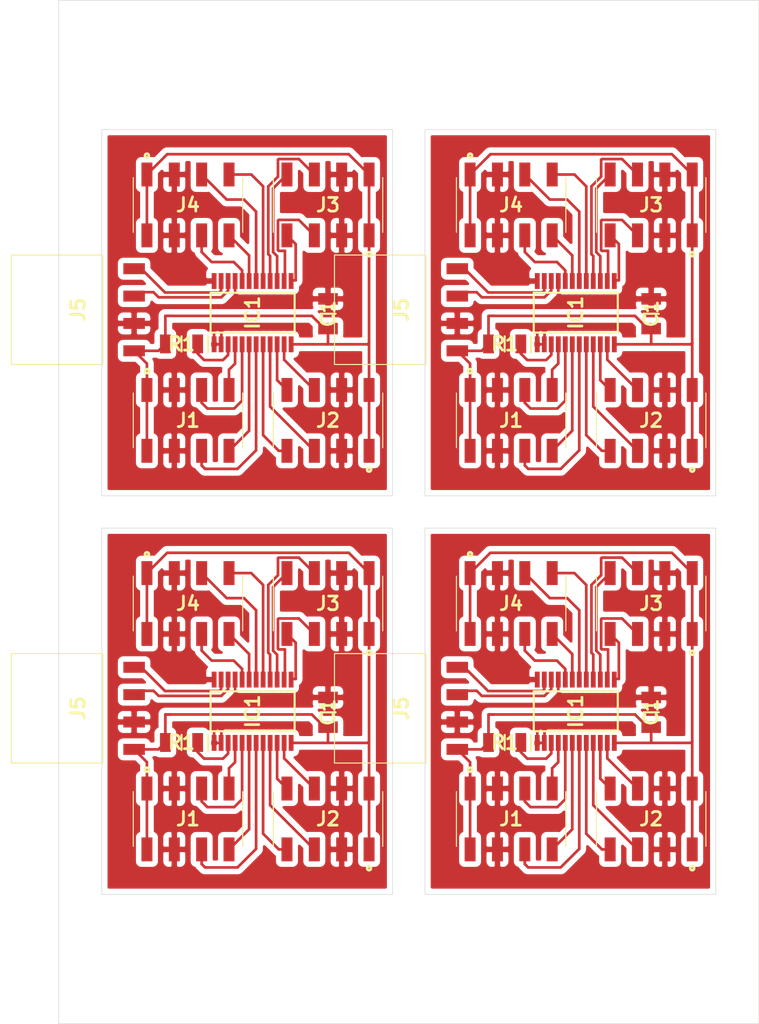
<source format=kicad_pcb>
(kicad_pcb (version 20171130) (host pcbnew "(5.1.6)-1")
  (layers (0 F.Cu signal) (31 B.Cu signal hide) (34 B.Paste user hide) (35 F.Paste user hide) (36 B.SilkS user hide) (37 F.SilkS user hide) (38 B.Mask user hide) (39 F.Mask user hide) (44 Edge.Cuts user))
  (net 0 "")
  (net 1 GND)
  (net 2 VCC)
  (net 3 SCL7)
  (net 4 SDA7)
  (net 5 SCL6)
  (net 6 SDA6)
  (net 7 SCL5)
  (net 8 SDA5)
  (net 9 SCL4)
  (net 10 SDA4)
  (net 11 SCL3)
  (net 12 SDA3)
  (net 13 SCL2)
  (net 14 SDA2)
  (net 15 SCL1)
  (net 16 SDA1)
  (net 17 SCL0)
  (net 18 SDA0)
  (net 19 SDAMC)
  (net 20 SCLMC)
  (net 21 "Net-(IC1-Pad3)")
  (module SamacSys_Parts:SSM-104-XXX-DV (layer F.Cu) (at 135 140)
    (fp_text reference J2 (at 0 0) (layer F.SilkS) (effects (font (size 1.27 1.27) (thickness 0.254))))
    (fp_text value SSM-104-F-DV hide)
    (pad 1 smd rect (at 3.81 2.825) (size 1.02 2.22) (layers F.Cu F.Paste F.Mask) (net 2 VCC))
    (pad 2 smd rect (at 3.81 -2.825) (size 1.02 2.22) (layers F.Cu F.Paste F.Mask) (net 2 VCC))
    (pad 3 smd rect (at 1.27 2.825) (size 1.02 2.22) (layers F.Cu F.Paste F.Mask) (net 1 GND))
    (pad 4 smd rect (at 1.27 -2.825) (size 1.02 2.22) (layers F.Cu F.Paste F.Mask) (net 1 GND))
    (pad 5 smd rect (at -1.27 2.825) (size 1.02 2.22) (layers F.Cu F.Paste F.Mask) (net 13 SCL2))
    (pad 6 smd rect (at -1.27 -2.825) (size 1.02 2.22) (layers F.Cu F.Paste F.Mask) (net 11 SCL3))
    (pad 7 smd rect (at -3.81 2.825) (size 1.02 2.22) (layers F.Cu F.Paste F.Mask) (net 14 SDA2))
    (pad 8 smd rect (at -3.81 -2.825) (size 1.02 2.22) (layers F.Cu F.Paste F.Mask) (net 12 SDA3))
  )
  (module SamacSys_Parts:RESC3116X65N (layer F.Cu) (at 121.4 132.9)
    (fp_text reference R1 (at 0 0) (layer F.SilkS) (effects (font (size 1.27 1.27) (thickness 0.254))))
    (fp_text value 10K hide)
    (pad 1 smd rect (at -1.5 0) (size 1 1.75) (layers F.Cu F.Paste F.Mask) (net 2 VCC))
    (pad 2 smd rect (at 1.5 0) (size 1 1.75) (layers F.Cu F.Paste F.Mask) (net 21 "Net-(IC1-Pad3)"))
  )
  (module SamacSys_Parts:SSM-104-XXX-DV (layer F.Cu) (at 135 120)
    (fp_text reference J3 (at 0 0) (layer F.SilkS) (effects (font (size 1.27 1.27) (thickness 0.254))))
    (fp_text value SSM-104-F-DV hide)
    (pad 1 smd rect (at 3.81 2.825) (size 1.02 2.22) (layers F.Cu F.Paste F.Mask) (net 2 VCC))
    (pad 2 smd rect (at 3.81 -2.825) (size 1.02 2.22) (layers F.Cu F.Paste F.Mask) (net 2 VCC))
    (pad 3 smd rect (at 1.27 2.825) (size 1.02 2.22) (layers F.Cu F.Paste F.Mask) (net 1 GND))
    (pad 4 smd rect (at 1.27 -2.825) (size 1.02 2.22) (layers F.Cu F.Paste F.Mask) (net 1 GND))
    (pad 5 smd rect (at -1.27 2.825) (size 1.02 2.22) (layers F.Cu F.Paste F.Mask) (net 9 SCL4))
    (pad 6 smd rect (at -1.27 -2.825) (size 1.02 2.22) (layers F.Cu F.Paste F.Mask) (net 7 SCL5))
    (pad 7 smd rect (at -3.81 2.825) (size 1.02 2.22) (layers F.Cu F.Paste F.Mask) (net 10 SDA4))
    (pad 8 smd rect (at -3.81 -2.825) (size 1.02 2.22) (layers F.Cu F.Paste F.Mask) (net 8 SDA5))
  )
  (module SamacSys_Parts:SSM-104-XXX-DV (layer F.Cu) (at 122 120 180)
    (fp_text reference J4 (at 0 0) (layer F.SilkS) (effects (font (size 1.27 1.27) (thickness 0.254))))
    (fp_text value SSM-104-F-DV hide)
    (pad 1 smd rect (at 3.81 2.825 180) (size 1.02 2.22) (layers F.Cu F.Paste F.Mask) (net 2 VCC))
    (pad 2 smd rect (at 3.81 -2.825 180) (size 1.02 2.22) (layers F.Cu F.Paste F.Mask) (net 2 VCC))
    (pad 3 smd rect (at 1.27 2.825 180) (size 1.02 2.22) (layers F.Cu F.Paste F.Mask) (net 1 GND))
    (pad 4 smd rect (at 1.27 -2.825 180) (size 1.02 2.22) (layers F.Cu F.Paste F.Mask) (net 1 GND))
    (pad 5 smd rect (at -1.27 2.825 180) (size 1.02 2.22) (layers F.Cu F.Paste F.Mask) (net 5 SCL6))
    (pad 6 smd rect (at -1.27 -2.825 180) (size 1.02 2.22) (layers F.Cu F.Paste F.Mask) (net 3 SCL7))
    (pad 7 smd rect (at -3.81 2.825 180) (size 1.02 2.22) (layers F.Cu F.Paste F.Mask) (net 6 SDA6))
    (pad 8 smd rect (at -3.81 -2.825 180) (size 1.02 2.22) (layers F.Cu F.Paste F.Mask) (net 4 SDA7))
  )
  (module SamacSys_Parts:M207910442R (layer F.Cu) (at 111.8 129.73 90)
    (fp_text reference J5 (at 0 0 90) (layer F.SilkS) (effects (font (size 1.27 1.27) (thickness 0.254))))
    (fp_text value M20-7910442R hide)
    (pad 1 smd rect (at -3.81 5.2 90) (size 1.02 2) (layers F.Cu F.Paste F.Mask) (net 2 VCC))
    (pad 2 smd rect (at -1.27 5.2 90) (size 1.02 2) (layers F.Cu F.Paste F.Mask) (net 1 GND))
    (pad 3 smd rect (at 1.27 5.2 90) (size 1.02 2) (layers F.Cu F.Paste F.Mask) (net 20 SCLMC))
    (pad 4 smd rect (at 3.81 5.2 90) (size 1.02 2) (layers F.Cu F.Paste F.Mask) (net 19 SDAMC))
  )
  (module SamacSys_Parts:SOP65P640X120-24N (layer F.Cu) (at 128 130 90)
    (fp_text reference IC1 (at 0 0 90) (layer F.SilkS) (effects (font (size 1.27 1.27) (thickness 0.254))))
    (fp_text value TCA9548APWR hide)
    (pad 1 smd rect (at -2.938 -3.575 180) (size 0.45 1.475) (layers F.Cu F.Paste F.Mask) (net 1 GND))
    (pad 2 smd rect (at -2.938 -2.925 180) (size 0.45 1.475) (layers F.Cu F.Paste F.Mask) (net 1 GND))
    (pad 3 smd rect (at -2.938 -2.275 180) (size 0.45 1.475) (layers F.Cu F.Paste F.Mask) (net 21 "Net-(IC1-Pad3)"))
    (pad 4 smd rect (at -2.938 -1.625 180) (size 0.45 1.475) (layers F.Cu F.Paste F.Mask) (net 18 SDA0))
    (pad 5 smd rect (at -2.938 -0.975 180) (size 0.45 1.475) (layers F.Cu F.Paste F.Mask) (net 17 SCL0))
    (pad 6 smd rect (at -2.938 -0.325 180) (size 0.45 1.475) (layers F.Cu F.Paste F.Mask) (net 16 SDA1))
    (pad 7 smd rect (at -2.938 0.325 180) (size 0.45 1.475) (layers F.Cu F.Paste F.Mask) (net 15 SCL1))
    (pad 8 smd rect (at -2.938 0.975 180) (size 0.45 1.475) (layers F.Cu F.Paste F.Mask) (net 14 SDA2))
    (pad 9 smd rect (at -2.938 1.625 180) (size 0.45 1.475) (layers F.Cu F.Paste F.Mask) (net 13 SCL2))
    (pad 10 smd rect (at -2.938 2.275 180) (size 0.45 1.475) (layers F.Cu F.Paste F.Mask) (net 12 SDA3))
    (pad 11 smd rect (at -2.938 2.925 180) (size 0.45 1.475) (layers F.Cu F.Paste F.Mask) (net 11 SCL3))
    (pad 12 smd rect (at -2.938 3.575 180) (size 0.45 1.475) (layers F.Cu F.Paste F.Mask) (net 2 VCC))
    (pad 13 smd rect (at 2.938 3.575 180) (size 0.45 1.475) (layers F.Cu F.Paste F.Mask) (net 10 SDA4))
    (pad 14 smd rect (at 2.938 2.925 180) (size 0.45 1.475) (layers F.Cu F.Paste F.Mask) (net 9 SCL4))
    (pad 15 smd rect (at 2.938 2.275 180) (size 0.45 1.475) (layers F.Cu F.Paste F.Mask) (net 8 SDA5))
    (pad 16 smd rect (at 2.938 1.625 180) (size 0.45 1.475) (layers F.Cu F.Paste F.Mask) (net 7 SCL5))
    (pad 17 smd rect (at 2.938 0.975 180) (size 0.45 1.475) (layers F.Cu F.Paste F.Mask) (net 6 SDA6))
    (pad 18 smd rect (at 2.938 0.325 180) (size 0.45 1.475) (layers F.Cu F.Paste F.Mask) (net 5 SCL6))
    (pad 19 smd rect (at 2.938 -0.325 180) (size 0.45 1.475) (layers F.Cu F.Paste F.Mask) (net 4 SDA7))
    (pad 20 smd rect (at 2.938 -0.975 180) (size 0.45 1.475) (layers F.Cu F.Paste F.Mask) (net 3 SCL7))
    (pad 21 smd rect (at 2.938 -1.625 180) (size 0.45 1.475) (layers F.Cu F.Paste F.Mask) (net 1 GND))
    (pad 22 smd rect (at 2.938 -2.275 180) (size 0.45 1.475) (layers F.Cu F.Paste F.Mask) (net 20 SCLMC))
    (pad 23 smd rect (at 2.938 -2.925 180) (size 0.45 1.475) (layers F.Cu F.Paste F.Mask) (net 19 SDAMC))
    (pad 24 smd rect (at 2.938 -3.575 180) (size 0.45 1.475) (layers F.Cu F.Paste F.Mask) (net 1 GND))
  )
  (module SamacSys_Parts:SSM-104-XXX-DV (layer F.Cu) (at 122 140 180)
    (fp_text reference J1 (at 0 0) (layer F.SilkS) (effects (font (size 1.27 1.27) (thickness 0.254))))
    (fp_text value SSM-104-F-DV hide)
    (pad 1 smd rect (at 3.81 2.825 180) (size 1.02 2.22) (layers F.Cu F.Paste F.Mask) (net 2 VCC))
    (pad 2 smd rect (at 3.81 -2.825 180) (size 1.02 2.22) (layers F.Cu F.Paste F.Mask) (net 2 VCC))
    (pad 3 smd rect (at 1.27 2.825 180) (size 1.02 2.22) (layers F.Cu F.Paste F.Mask) (net 1 GND))
    (pad 4 smd rect (at 1.27 -2.825 180) (size 1.02 2.22) (layers F.Cu F.Paste F.Mask) (net 1 GND))
    (pad 5 smd rect (at -1.27 2.825 180) (size 1.02 2.22) (layers F.Cu F.Paste F.Mask) (net 17 SCL0))
    (pad 6 smd rect (at -1.27 -2.825 180) (size 1.02 2.22) (layers F.Cu F.Paste F.Mask) (net 15 SCL1))
    (pad 7 smd rect (at -3.81 2.825 180) (size 1.02 2.22) (layers F.Cu F.Paste F.Mask) (net 18 SDA0))
    (pad 8 smd rect (at -3.81 -2.825 180) (size 1.02 2.22) (layers F.Cu F.Paste F.Mask) (net 16 SDA1))
  )
  (module SamacSys_Parts:CAPC3216X180N (layer F.Cu) (at 135 130.1 90)
    (fp_text reference C1 (at 0 0 90) (layer F.SilkS) (effects (font (size 1.27 1.27) (thickness 0.254))))
    (fp_text value qw hide)
    (pad 1 smd rect (at -1.38 0 90) (size 1.07 1.82) (layers F.Cu F.Paste F.Mask) (net 2 VCC))
    (pad 2 smd rect (at 1.38 0 90) (size 1.07 1.82) (layers F.Cu F.Paste F.Mask) (net 1 GND))
  )
  (module SamacSys_Parts:SSM-104-XXX-DV (layer F.Cu) (at 165 120)
    (fp_text reference J3 (at 0 0) (layer F.SilkS) (effects (font (size 1.27 1.27) (thickness 0.254))))
    (fp_text value SSM-104-F-DV hide)
    (pad 8 smd rect (at -3.81 -2.825) (size 1.02 2.22) (layers F.Cu F.Paste F.Mask) (net 8 SDA5))
    (pad 7 smd rect (at -3.81 2.825) (size 1.02 2.22) (layers F.Cu F.Paste F.Mask) (net 10 SDA4))
    (pad 6 smd rect (at -1.27 -2.825) (size 1.02 2.22) (layers F.Cu F.Paste F.Mask) (net 7 SCL5))
    (pad 5 smd rect (at -1.27 2.825) (size 1.02 2.22) (layers F.Cu F.Paste F.Mask) (net 9 SCL4))
    (pad 4 smd rect (at 1.27 -2.825) (size 1.02 2.22) (layers F.Cu F.Paste F.Mask) (net 1 GND))
    (pad 3 smd rect (at 1.27 2.825) (size 1.02 2.22) (layers F.Cu F.Paste F.Mask) (net 1 GND))
    (pad 2 smd rect (at 3.81 -2.825) (size 1.02 2.22) (layers F.Cu F.Paste F.Mask) (net 2 VCC))
    (pad 1 smd rect (at 3.81 2.825) (size 1.02 2.22) (layers F.Cu F.Paste F.Mask) (net 2 VCC))
  )
  (module SamacSys_Parts:SSM-104-XXX-DV (layer F.Cu) (at 152 120 180)
    (fp_text reference J4 (at 0 0) (layer F.SilkS) (effects (font (size 1.27 1.27) (thickness 0.254))))
    (fp_text value SSM-104-F-DV hide)
    (pad 8 smd rect (at -3.81 -2.825 180) (size 1.02 2.22) (layers F.Cu F.Paste F.Mask) (net 4 SDA7))
    (pad 7 smd rect (at -3.81 2.825 180) (size 1.02 2.22) (layers F.Cu F.Paste F.Mask) (net 6 SDA6))
    (pad 6 smd rect (at -1.27 -2.825 180) (size 1.02 2.22) (layers F.Cu F.Paste F.Mask) (net 3 SCL7))
    (pad 5 smd rect (at -1.27 2.825 180) (size 1.02 2.22) (layers F.Cu F.Paste F.Mask) (net 5 SCL6))
    (pad 4 smd rect (at 1.27 -2.825 180) (size 1.02 2.22) (layers F.Cu F.Paste F.Mask) (net 1 GND))
    (pad 3 smd rect (at 1.27 2.825 180) (size 1.02 2.22) (layers F.Cu F.Paste F.Mask) (net 1 GND))
    (pad 2 smd rect (at 3.81 -2.825 180) (size 1.02 2.22) (layers F.Cu F.Paste F.Mask) (net 2 VCC))
    (pad 1 smd rect (at 3.81 2.825 180) (size 1.02 2.22) (layers F.Cu F.Paste F.Mask) (net 2 VCC))
  )
  (module SamacSys_Parts:SSM-104-XXX-DV (layer F.Cu) (at 165 140)
    (fp_text reference J2 (at 0 0) (layer F.SilkS) (effects (font (size 1.27 1.27) (thickness 0.254))))
    (fp_text value SSM-104-F-DV hide)
    (pad 8 smd rect (at -3.81 -2.825) (size 1.02 2.22) (layers F.Cu F.Paste F.Mask) (net 12 SDA3))
    (pad 7 smd rect (at -3.81 2.825) (size 1.02 2.22) (layers F.Cu F.Paste F.Mask) (net 14 SDA2))
    (pad 6 smd rect (at -1.27 -2.825) (size 1.02 2.22) (layers F.Cu F.Paste F.Mask) (net 11 SCL3))
    (pad 5 smd rect (at -1.27 2.825) (size 1.02 2.22) (layers F.Cu F.Paste F.Mask) (net 13 SCL2))
    (pad 4 smd rect (at 1.27 -2.825) (size 1.02 2.22) (layers F.Cu F.Paste F.Mask) (net 1 GND))
    (pad 3 smd rect (at 1.27 2.825) (size 1.02 2.22) (layers F.Cu F.Paste F.Mask) (net 1 GND))
    (pad 2 smd rect (at 3.81 -2.825) (size 1.02 2.22) (layers F.Cu F.Paste F.Mask) (net 2 VCC))
    (pad 1 smd rect (at 3.81 2.825) (size 1.02 2.22) (layers F.Cu F.Paste F.Mask) (net 2 VCC))
  )
  (module SamacSys_Parts:RESC3116X65N (layer F.Cu) (at 151.4 132.9)
    (fp_text reference R1 (at 0 0) (layer F.SilkS) (effects (font (size 1.27 1.27) (thickness 0.254))))
    (fp_text value 10K hide)
    (pad 2 smd rect (at 1.5 0) (size 1 1.75) (layers F.Cu F.Paste F.Mask) (net 21 "Net-(IC1-Pad3)"))
    (pad 1 smd rect (at -1.5 0) (size 1 1.75) (layers F.Cu F.Paste F.Mask) (net 2 VCC))
  )
  (module SamacSys_Parts:M207910442R (layer F.Cu) (at 141.8 129.73 90)
    (fp_text reference J5 (at 0 0 90) (layer F.SilkS) (effects (font (size 1.27 1.27) (thickness 0.254))))
    (fp_text value M20-7910442R hide)
    (pad 4 smd rect (at 3.81 5.2 90) (size 1.02 2) (layers F.Cu F.Paste F.Mask) (net 19 SDAMC))
    (pad 3 smd rect (at 1.27 5.2 90) (size 1.02 2) (layers F.Cu F.Paste F.Mask) (net 20 SCLMC))
    (pad 2 smd rect (at -1.27 5.2 90) (size 1.02 2) (layers F.Cu F.Paste F.Mask) (net 1 GND))
    (pad 1 smd rect (at -3.81 5.2 90) (size 1.02 2) (layers F.Cu F.Paste F.Mask) (net 2 VCC))
  )
  (module SamacSys_Parts:SOP65P640X120-24N (layer F.Cu) (at 158 130 90)
    (fp_text reference IC1 (at 0 0 90) (layer F.SilkS) (effects (font (size 1.27 1.27) (thickness 0.254))))
    (fp_text value TCA9548APWR hide)
    (pad 24 smd rect (at 2.938 -3.575 180) (size 0.45 1.475) (layers F.Cu F.Paste F.Mask) (net 1 GND))
    (pad 23 smd rect (at 2.938 -2.925 180) (size 0.45 1.475) (layers F.Cu F.Paste F.Mask) (net 19 SDAMC))
    (pad 22 smd rect (at 2.938 -2.275 180) (size 0.45 1.475) (layers F.Cu F.Paste F.Mask) (net 20 SCLMC))
    (pad 21 smd rect (at 2.938 -1.625 180) (size 0.45 1.475) (layers F.Cu F.Paste F.Mask) (net 1 GND))
    (pad 20 smd rect (at 2.938 -0.975 180) (size 0.45 1.475) (layers F.Cu F.Paste F.Mask) (net 3 SCL7))
    (pad 19 smd rect (at 2.938 -0.325 180) (size 0.45 1.475) (layers F.Cu F.Paste F.Mask) (net 4 SDA7))
    (pad 18 smd rect (at 2.938 0.325 180) (size 0.45 1.475) (layers F.Cu F.Paste F.Mask) (net 5 SCL6))
    (pad 17 smd rect (at 2.938 0.975 180) (size 0.45 1.475) (layers F.Cu F.Paste F.Mask) (net 6 SDA6))
    (pad 16 smd rect (at 2.938 1.625 180) (size 0.45 1.475) (layers F.Cu F.Paste F.Mask) (net 7 SCL5))
    (pad 15 smd rect (at 2.938 2.275 180) (size 0.45 1.475) (layers F.Cu F.Paste F.Mask) (net 8 SDA5))
    (pad 14 smd rect (at 2.938 2.925 180) (size 0.45 1.475) (layers F.Cu F.Paste F.Mask) (net 9 SCL4))
    (pad 13 smd rect (at 2.938 3.575 180) (size 0.45 1.475) (layers F.Cu F.Paste F.Mask) (net 10 SDA4))
    (pad 12 smd rect (at -2.938 3.575 180) (size 0.45 1.475) (layers F.Cu F.Paste F.Mask) (net 2 VCC))
    (pad 11 smd rect (at -2.938 2.925 180) (size 0.45 1.475) (layers F.Cu F.Paste F.Mask) (net 11 SCL3))
    (pad 10 smd rect (at -2.938 2.275 180) (size 0.45 1.475) (layers F.Cu F.Paste F.Mask) (net 12 SDA3))
    (pad 9 smd rect (at -2.938 1.625 180) (size 0.45 1.475) (layers F.Cu F.Paste F.Mask) (net 13 SCL2))
    (pad 8 smd rect (at -2.938 0.975 180) (size 0.45 1.475) (layers F.Cu F.Paste F.Mask) (net 14 SDA2))
    (pad 7 smd rect (at -2.938 0.325 180) (size 0.45 1.475) (layers F.Cu F.Paste F.Mask) (net 15 SCL1))
    (pad 6 smd rect (at -2.938 -0.325 180) (size 0.45 1.475) (layers F.Cu F.Paste F.Mask) (net 16 SDA1))
    (pad 5 smd rect (at -2.938 -0.975 180) (size 0.45 1.475) (layers F.Cu F.Paste F.Mask) (net 17 SCL0))
    (pad 4 smd rect (at -2.938 -1.625 180) (size 0.45 1.475) (layers F.Cu F.Paste F.Mask) (net 18 SDA0))
    (pad 3 smd rect (at -2.938 -2.275 180) (size 0.45 1.475) (layers F.Cu F.Paste F.Mask) (net 21 "Net-(IC1-Pad3)"))
    (pad 2 smd rect (at -2.938 -2.925 180) (size 0.45 1.475) (layers F.Cu F.Paste F.Mask) (net 1 GND))
    (pad 1 smd rect (at -2.938 -3.575 180) (size 0.45 1.475) (layers F.Cu F.Paste F.Mask) (net 1 GND))
  )
  (module SamacSys_Parts:SSM-104-XXX-DV (layer F.Cu) (at 152 140 180)
    (fp_text reference J1 (at 0 0) (layer F.SilkS) (effects (font (size 1.27 1.27) (thickness 0.254))))
    (fp_text value SSM-104-F-DV hide)
    (pad 8 smd rect (at -3.81 -2.825 180) (size 1.02 2.22) (layers F.Cu F.Paste F.Mask) (net 16 SDA1))
    (pad 7 smd rect (at -3.81 2.825 180) (size 1.02 2.22) (layers F.Cu F.Paste F.Mask) (net 18 SDA0))
    (pad 6 smd rect (at -1.27 -2.825 180) (size 1.02 2.22) (layers F.Cu F.Paste F.Mask) (net 15 SCL1))
    (pad 5 smd rect (at -1.27 2.825 180) (size 1.02 2.22) (layers F.Cu F.Paste F.Mask) (net 17 SCL0))
    (pad 4 smd rect (at 1.27 -2.825 180) (size 1.02 2.22) (layers F.Cu F.Paste F.Mask) (net 1 GND))
    (pad 3 smd rect (at 1.27 2.825 180) (size 1.02 2.22) (layers F.Cu F.Paste F.Mask) (net 1 GND))
    (pad 2 smd rect (at 3.81 -2.825 180) (size 1.02 2.22) (layers F.Cu F.Paste F.Mask) (net 2 VCC))
    (pad 1 smd rect (at 3.81 2.825 180) (size 1.02 2.22) (layers F.Cu F.Paste F.Mask) (net 2 VCC))
  )
  (module SamacSys_Parts:CAPC3216X180N (layer F.Cu) (at 165 130.1 90)
    (fp_text reference C1 (at 0 0 90) (layer F.SilkS) (effects (font (size 1.27 1.27) (thickness 0.254))))
    (fp_text value qw hide)
    (pad 2 smd rect (at 1.38 0 90) (size 1.07 1.82) (layers F.Cu F.Paste F.Mask) (net 1 GND))
    (pad 1 smd rect (at -1.38 0 90) (size 1.07 1.82) (layers F.Cu F.Paste F.Mask) (net 2 VCC))
  )
  (module SamacSys_Parts:SSM-104-XXX-DV (layer F.Cu) (at 165 83)
    (fp_text reference J3 (at 0 0) (layer F.SilkS) (effects (font (size 1.27 1.27) (thickness 0.254))))
    (fp_text value SSM-104-F-DV hide)
    (pad 1 smd rect (at 3.81 2.825) (size 1.02 2.22) (layers F.Cu F.Paste F.Mask) (net 2 VCC))
    (pad 2 smd rect (at 3.81 -2.825) (size 1.02 2.22) (layers F.Cu F.Paste F.Mask) (net 2 VCC))
    (pad 3 smd rect (at 1.27 2.825) (size 1.02 2.22) (layers F.Cu F.Paste F.Mask) (net 1 GND))
    (pad 4 smd rect (at 1.27 -2.825) (size 1.02 2.22) (layers F.Cu F.Paste F.Mask) (net 1 GND))
    (pad 5 smd rect (at -1.27 2.825) (size 1.02 2.22) (layers F.Cu F.Paste F.Mask) (net 9 SCL4))
    (pad 6 smd rect (at -1.27 -2.825) (size 1.02 2.22) (layers F.Cu F.Paste F.Mask) (net 7 SCL5))
    (pad 7 smd rect (at -3.81 2.825) (size 1.02 2.22) (layers F.Cu F.Paste F.Mask) (net 10 SDA4))
    (pad 8 smd rect (at -3.81 -2.825) (size 1.02 2.22) (layers F.Cu F.Paste F.Mask) (net 8 SDA5))
  )
  (module SamacSys_Parts:SSM-104-XXX-DV (layer F.Cu) (at 152 103 180)
    (fp_text reference J1 (at 0 0) (layer F.SilkS) (effects (font (size 1.27 1.27) (thickness 0.254))))
    (fp_text value SSM-104-F-DV hide)
    (pad 1 smd rect (at 3.81 2.825 180) (size 1.02 2.22) (layers F.Cu F.Paste F.Mask) (net 2 VCC))
    (pad 2 smd rect (at 3.81 -2.825 180) (size 1.02 2.22) (layers F.Cu F.Paste F.Mask) (net 2 VCC))
    (pad 3 smd rect (at 1.27 2.825 180) (size 1.02 2.22) (layers F.Cu F.Paste F.Mask) (net 1 GND))
    (pad 4 smd rect (at 1.27 -2.825 180) (size 1.02 2.22) (layers F.Cu F.Paste F.Mask) (net 1 GND))
    (pad 5 smd rect (at -1.27 2.825 180) (size 1.02 2.22) (layers F.Cu F.Paste F.Mask) (net 17 SCL0))
    (pad 6 smd rect (at -1.27 -2.825 180) (size 1.02 2.22) (layers F.Cu F.Paste F.Mask) (net 15 SCL1))
    (pad 7 smd rect (at -3.81 2.825 180) (size 1.02 2.22) (layers F.Cu F.Paste F.Mask) (net 18 SDA0))
    (pad 8 smd rect (at -3.81 -2.825 180) (size 1.02 2.22) (layers F.Cu F.Paste F.Mask) (net 16 SDA1))
  )
  (module SamacSys_Parts:RESC3116X65N (layer F.Cu) (at 151.4 95.9)
    (fp_text reference R1 (at 0 0) (layer F.SilkS) (effects (font (size 1.27 1.27) (thickness 0.254))))
    (fp_text value 10K hide)
    (pad 1 smd rect (at -1.5 0) (size 1 1.75) (layers F.Cu F.Paste F.Mask) (net 2 VCC))
    (pad 2 smd rect (at 1.5 0) (size 1 1.75) (layers F.Cu F.Paste F.Mask) (net 21 "Net-(IC1-Pad3)"))
  )
  (module SamacSys_Parts:CAPC3216X180N (layer F.Cu) (at 165 93.1 90)
    (fp_text reference C1 (at 0 0 90) (layer F.SilkS) (effects (font (size 1.27 1.27) (thickness 0.254))))
    (fp_text value qw hide)
    (pad 1 smd rect (at -1.38 0 90) (size 1.07 1.82) (layers F.Cu F.Paste F.Mask) (net 2 VCC))
    (pad 2 smd rect (at 1.38 0 90) (size 1.07 1.82) (layers F.Cu F.Paste F.Mask) (net 1 GND))
  )
  (module SamacSys_Parts:SSM-104-XXX-DV (layer F.Cu) (at 152 83 180)
    (fp_text reference J4 (at 0 0) (layer F.SilkS) (effects (font (size 1.27 1.27) (thickness 0.254))))
    (fp_text value SSM-104-F-DV hide)
    (pad 1 smd rect (at 3.81 2.825 180) (size 1.02 2.22) (layers F.Cu F.Paste F.Mask) (net 2 VCC))
    (pad 2 smd rect (at 3.81 -2.825 180) (size 1.02 2.22) (layers F.Cu F.Paste F.Mask) (net 2 VCC))
    (pad 3 smd rect (at 1.27 2.825 180) (size 1.02 2.22) (layers F.Cu F.Paste F.Mask) (net 1 GND))
    (pad 4 smd rect (at 1.27 -2.825 180) (size 1.02 2.22) (layers F.Cu F.Paste F.Mask) (net 1 GND))
    (pad 5 smd rect (at -1.27 2.825 180) (size 1.02 2.22) (layers F.Cu F.Paste F.Mask) (net 5 SCL6))
    (pad 6 smd rect (at -1.27 -2.825 180) (size 1.02 2.22) (layers F.Cu F.Paste F.Mask) (net 3 SCL7))
    (pad 7 smd rect (at -3.81 2.825 180) (size 1.02 2.22) (layers F.Cu F.Paste F.Mask) (net 6 SDA6))
    (pad 8 smd rect (at -3.81 -2.825 180) (size 1.02 2.22) (layers F.Cu F.Paste F.Mask) (net 4 SDA7))
  )
  (module SamacSys_Parts:SSM-104-XXX-DV (layer F.Cu) (at 165 103)
    (fp_text reference J2 (at 0 0) (layer F.SilkS) (effects (font (size 1.27 1.27) (thickness 0.254))))
    (fp_text value SSM-104-F-DV hide)
    (pad 1 smd rect (at 3.81 2.825) (size 1.02 2.22) (layers F.Cu F.Paste F.Mask) (net 2 VCC))
    (pad 2 smd rect (at 3.81 -2.825) (size 1.02 2.22) (layers F.Cu F.Paste F.Mask) (net 2 VCC))
    (pad 3 smd rect (at 1.27 2.825) (size 1.02 2.22) (layers F.Cu F.Paste F.Mask) (net 1 GND))
    (pad 4 smd rect (at 1.27 -2.825) (size 1.02 2.22) (layers F.Cu F.Paste F.Mask) (net 1 GND))
    (pad 5 smd rect (at -1.27 2.825) (size 1.02 2.22) (layers F.Cu F.Paste F.Mask) (net 13 SCL2))
    (pad 6 smd rect (at -1.27 -2.825) (size 1.02 2.22) (layers F.Cu F.Paste F.Mask) (net 11 SCL3))
    (pad 7 smd rect (at -3.81 2.825) (size 1.02 2.22) (layers F.Cu F.Paste F.Mask) (net 14 SDA2))
    (pad 8 smd rect (at -3.81 -2.825) (size 1.02 2.22) (layers F.Cu F.Paste F.Mask) (net 12 SDA3))
  )
  (module SamacSys_Parts:M207910442R (layer F.Cu) (at 141.8 92.73 90)
    (fp_text reference J5 (at 0 0 90) (layer F.SilkS) (effects (font (size 1.27 1.27) (thickness 0.254))))
    (fp_text value M20-7910442R hide)
    (pad 1 smd rect (at -3.81 5.2 90) (size 1.02 2) (layers F.Cu F.Paste F.Mask) (net 2 VCC))
    (pad 2 smd rect (at -1.27 5.2 90) (size 1.02 2) (layers F.Cu F.Paste F.Mask) (net 1 GND))
    (pad 3 smd rect (at 1.27 5.2 90) (size 1.02 2) (layers F.Cu F.Paste F.Mask) (net 20 SCLMC))
    (pad 4 smd rect (at 3.81 5.2 90) (size 1.02 2) (layers F.Cu F.Paste F.Mask) (net 19 SDAMC))
  )
  (module SamacSys_Parts:SOP65P640X120-24N (layer F.Cu) (at 158 93 90)
    (fp_text reference IC1 (at 0 0 90) (layer F.SilkS) (effects (font (size 1.27 1.27) (thickness 0.254))))
    (fp_text value TCA9548APWR hide)
    (pad 1 smd rect (at -2.938 -3.575 180) (size 0.45 1.475) (layers F.Cu F.Paste F.Mask) (net 1 GND))
    (pad 2 smd rect (at -2.938 -2.925 180) (size 0.45 1.475) (layers F.Cu F.Paste F.Mask) (net 1 GND))
    (pad 3 smd rect (at -2.938 -2.275 180) (size 0.45 1.475) (layers F.Cu F.Paste F.Mask) (net 21 "Net-(IC1-Pad3)"))
    (pad 4 smd rect (at -2.938 -1.625 180) (size 0.45 1.475) (layers F.Cu F.Paste F.Mask) (net 18 SDA0))
    (pad 5 smd rect (at -2.938 -0.975 180) (size 0.45 1.475) (layers F.Cu F.Paste F.Mask) (net 17 SCL0))
    (pad 6 smd rect (at -2.938 -0.325 180) (size 0.45 1.475) (layers F.Cu F.Paste F.Mask) (net 16 SDA1))
    (pad 7 smd rect (at -2.938 0.325 180) (size 0.45 1.475) (layers F.Cu F.Paste F.Mask) (net 15 SCL1))
    (pad 8 smd rect (at -2.938 0.975 180) (size 0.45 1.475) (layers F.Cu F.Paste F.Mask) (net 14 SDA2))
    (pad 9 smd rect (at -2.938 1.625 180) (size 0.45 1.475) (layers F.Cu F.Paste F.Mask) (net 13 SCL2))
    (pad 10 smd rect (at -2.938 2.275 180) (size 0.45 1.475) (layers F.Cu F.Paste F.Mask) (net 12 SDA3))
    (pad 11 smd rect (at -2.938 2.925 180) (size 0.45 1.475) (layers F.Cu F.Paste F.Mask) (net 11 SCL3))
    (pad 12 smd rect (at -2.938 3.575 180) (size 0.45 1.475) (layers F.Cu F.Paste F.Mask) (net 2 VCC))
    (pad 13 smd rect (at 2.938 3.575 180) (size 0.45 1.475) (layers F.Cu F.Paste F.Mask) (net 10 SDA4))
    (pad 14 smd rect (at 2.938 2.925 180) (size 0.45 1.475) (layers F.Cu F.Paste F.Mask) (net 9 SCL4))
    (pad 15 smd rect (at 2.938 2.275 180) (size 0.45 1.475) (layers F.Cu F.Paste F.Mask) (net 8 SDA5))
    (pad 16 smd rect (at 2.938 1.625 180) (size 0.45 1.475) (layers F.Cu F.Paste F.Mask) (net 7 SCL5))
    (pad 17 smd rect (at 2.938 0.975 180) (size 0.45 1.475) (layers F.Cu F.Paste F.Mask) (net 6 SDA6))
    (pad 18 smd rect (at 2.938 0.325 180) (size 0.45 1.475) (layers F.Cu F.Paste F.Mask) (net 5 SCL6))
    (pad 19 smd rect (at 2.938 -0.325 180) (size 0.45 1.475) (layers F.Cu F.Paste F.Mask) (net 4 SDA7))
    (pad 20 smd rect (at 2.938 -0.975 180) (size 0.45 1.475) (layers F.Cu F.Paste F.Mask) (net 3 SCL7))
    (pad 21 smd rect (at 2.938 -1.625 180) (size 0.45 1.475) (layers F.Cu F.Paste F.Mask) (net 1 GND))
    (pad 22 smd rect (at 2.938 -2.275 180) (size 0.45 1.475) (layers F.Cu F.Paste F.Mask) (net 20 SCLMC))
    (pad 23 smd rect (at 2.938 -2.925 180) (size 0.45 1.475) (layers F.Cu F.Paste F.Mask) (net 19 SDAMC))
    (pad 24 smd rect (at 2.938 -3.575 180) (size 0.45 1.475) (layers F.Cu F.Paste F.Mask) (net 1 GND))
  )
  (module SamacSys_Parts:RESC3116X65N (layer F.Cu) (at 121.4 95.9)
    (fp_text reference R1 (at 0 0) (layer F.SilkS) (effects (font (size 1.27 1.27) (thickness 0.254))))
    (fp_text value 10K hide)
    (pad 2 smd rect (at 1.5 0) (size 1 1.75) (layers F.Cu F.Paste F.Mask) (net 21 "Net-(IC1-Pad3)"))
    (pad 1 smd rect (at -1.5 0) (size 1 1.75) (layers F.Cu F.Paste F.Mask) (net 2 VCC))
  )
  (module SamacSys_Parts:M207910442R (layer F.Cu) (at 111.8 92.73 90)
    (fp_text reference J5 (at 0 0 90) (layer F.SilkS) (effects (font (size 1.27 1.27) (thickness 0.254))))
    (fp_text value M20-7910442R hide)
    (pad 4 smd rect (at 3.81 5.2 90) (size 1.02 2) (layers F.Cu F.Paste F.Mask) (net 19 SDAMC))
    (pad 3 smd rect (at 1.27 5.2 90) (size 1.02 2) (layers F.Cu F.Paste F.Mask) (net 20 SCLMC))
    (pad 2 smd rect (at -1.27 5.2 90) (size 1.02 2) (layers F.Cu F.Paste F.Mask) (net 1 GND))
    (pad 1 smd rect (at -3.81 5.2 90) (size 1.02 2) (layers F.Cu F.Paste F.Mask) (net 2 VCC))
  )
  (module SamacSys_Parts:SSM-104-XXX-DV (layer F.Cu) (at 122 83 180)
    (fp_text reference J4 (at 0 0) (layer F.SilkS) (effects (font (size 1.27 1.27) (thickness 0.254))))
    (fp_text value SSM-104-F-DV hide)
    (pad 8 smd rect (at -3.81 -2.825 180) (size 1.02 2.22) (layers F.Cu F.Paste F.Mask) (net 4 SDA7))
    (pad 7 smd rect (at -3.81 2.825 180) (size 1.02 2.22) (layers F.Cu F.Paste F.Mask) (net 6 SDA6))
    (pad 6 smd rect (at -1.27 -2.825 180) (size 1.02 2.22) (layers F.Cu F.Paste F.Mask) (net 3 SCL7))
    (pad 5 smd rect (at -1.27 2.825 180) (size 1.02 2.22) (layers F.Cu F.Paste F.Mask) (net 5 SCL6))
    (pad 4 smd rect (at 1.27 -2.825 180) (size 1.02 2.22) (layers F.Cu F.Paste F.Mask) (net 1 GND))
    (pad 3 smd rect (at 1.27 2.825 180) (size 1.02 2.22) (layers F.Cu F.Paste F.Mask) (net 1 GND))
    (pad 2 smd rect (at 3.81 -2.825 180) (size 1.02 2.22) (layers F.Cu F.Paste F.Mask) (net 2 VCC))
    (pad 1 smd rect (at 3.81 2.825 180) (size 1.02 2.22) (layers F.Cu F.Paste F.Mask) (net 2 VCC))
  )
  (module SamacSys_Parts:SSM-104-XXX-DV (layer F.Cu) (at 135 83)
    (fp_text reference J3 (at 0 0) (layer F.SilkS) (effects (font (size 1.27 1.27) (thickness 0.254))))
    (fp_text value SSM-104-F-DV hide)
    (pad 8 smd rect (at -3.81 -2.825) (size 1.02 2.22) (layers F.Cu F.Paste F.Mask) (net 8 SDA5))
    (pad 7 smd rect (at -3.81 2.825) (size 1.02 2.22) (layers F.Cu F.Paste F.Mask) (net 10 SDA4))
    (pad 6 smd rect (at -1.27 -2.825) (size 1.02 2.22) (layers F.Cu F.Paste F.Mask) (net 7 SCL5))
    (pad 5 smd rect (at -1.27 2.825) (size 1.02 2.22) (layers F.Cu F.Paste F.Mask) (net 9 SCL4))
    (pad 4 smd rect (at 1.27 -2.825) (size 1.02 2.22) (layers F.Cu F.Paste F.Mask) (net 1 GND))
    (pad 3 smd rect (at 1.27 2.825) (size 1.02 2.22) (layers F.Cu F.Paste F.Mask) (net 1 GND))
    (pad 2 smd rect (at 3.81 -2.825) (size 1.02 2.22) (layers F.Cu F.Paste F.Mask) (net 2 VCC))
    (pad 1 smd rect (at 3.81 2.825) (size 1.02 2.22) (layers F.Cu F.Paste F.Mask) (net 2 VCC))
  )
  (module SamacSys_Parts:SSM-104-XXX-DV (layer F.Cu) (at 135 103)
    (fp_text reference J2 (at 0 0) (layer F.SilkS) (effects (font (size 1.27 1.27) (thickness 0.254))))
    (fp_text value SSM-104-F-DV hide)
    (pad 8 smd rect (at -3.81 -2.825) (size 1.02 2.22) (layers F.Cu F.Paste F.Mask) (net 12 SDA3))
    (pad 7 smd rect (at -3.81 2.825) (size 1.02 2.22) (layers F.Cu F.Paste F.Mask) (net 14 SDA2))
    (pad 6 smd rect (at -1.27 -2.825) (size 1.02 2.22) (layers F.Cu F.Paste F.Mask) (net 11 SCL3))
    (pad 5 smd rect (at -1.27 2.825) (size 1.02 2.22) (layers F.Cu F.Paste F.Mask) (net 13 SCL2))
    (pad 4 smd rect (at 1.27 -2.825) (size 1.02 2.22) (layers F.Cu F.Paste F.Mask) (net 1 GND))
    (pad 3 smd rect (at 1.27 2.825) (size 1.02 2.22) (layers F.Cu F.Paste F.Mask) (net 1 GND))
    (pad 2 smd rect (at 3.81 -2.825) (size 1.02 2.22) (layers F.Cu F.Paste F.Mask) (net 2 VCC))
    (pad 1 smd rect (at 3.81 2.825) (size 1.02 2.22) (layers F.Cu F.Paste F.Mask) (net 2 VCC))
  )
  (module SamacSys_Parts:SSM-104-XXX-DV (layer F.Cu) (at 122 103 180)
    (fp_text reference J1 (at 0 0) (layer F.SilkS) (effects (font (size 1.27 1.27) (thickness 0.254))))
    (fp_text value SSM-104-F-DV hide)
    (pad 8 smd rect (at -3.81 -2.825 180) (size 1.02 2.22) (layers F.Cu F.Paste F.Mask) (net 16 SDA1))
    (pad 7 smd rect (at -3.81 2.825 180) (size 1.02 2.22) (layers F.Cu F.Paste F.Mask) (net 18 SDA0))
    (pad 6 smd rect (at -1.27 -2.825 180) (size 1.02 2.22) (layers F.Cu F.Paste F.Mask) (net 15 SCL1))
    (pad 5 smd rect (at -1.27 2.825 180) (size 1.02 2.22) (layers F.Cu F.Paste F.Mask) (net 17 SCL0))
    (pad 4 smd rect (at 1.27 -2.825 180) (size 1.02 2.22) (layers F.Cu F.Paste F.Mask) (net 1 GND))
    (pad 3 smd rect (at 1.27 2.825 180) (size 1.02 2.22) (layers F.Cu F.Paste F.Mask) (net 1 GND))
    (pad 2 smd rect (at 3.81 -2.825 180) (size 1.02 2.22) (layers F.Cu F.Paste F.Mask) (net 2 VCC))
    (pad 1 smd rect (at 3.81 2.825 180) (size 1.02 2.22) (layers F.Cu F.Paste F.Mask) (net 2 VCC))
  )
  (module SamacSys_Parts:SOP65P640X120-24N (layer F.Cu) (at 128 93 90)
    (fp_text reference IC1 (at 0 0 90) (layer F.SilkS) (effects (font (size 1.27 1.27) (thickness 0.254))))
    (fp_text value TCA9548APWR hide)
    (pad 24 smd rect (at 2.938 -3.575 180) (size 0.45 1.475) (layers F.Cu F.Paste F.Mask) (net 1 GND))
    (pad 23 smd rect (at 2.938 -2.925 180) (size 0.45 1.475) (layers F.Cu F.Paste F.Mask) (net 19 SDAMC))
    (pad 22 smd rect (at 2.938 -2.275 180) (size 0.45 1.475) (layers F.Cu F.Paste F.Mask) (net 20 SCLMC))
    (pad 21 smd rect (at 2.938 -1.625 180) (size 0.45 1.475) (layers F.Cu F.Paste F.Mask) (net 1 GND))
    (pad 20 smd rect (at 2.938 -0.975 180) (size 0.45 1.475) (layers F.Cu F.Paste F.Mask) (net 3 SCL7))
    (pad 19 smd rect (at 2.938 -0.325 180) (size 0.45 1.475) (layers F.Cu F.Paste F.Mask) (net 4 SDA7))
    (pad 18 smd rect (at 2.938 0.325 180) (size 0.45 1.475) (layers F.Cu F.Paste F.Mask) (net 5 SCL6))
    (pad 17 smd rect (at 2.938 0.975 180) (size 0.45 1.475) (layers F.Cu F.Paste F.Mask) (net 6 SDA6))
    (pad 16 smd rect (at 2.938 1.625 180) (size 0.45 1.475) (layers F.Cu F.Paste F.Mask) (net 7 SCL5))
    (pad 15 smd rect (at 2.938 2.275 180) (size 0.45 1.475) (layers F.Cu F.Paste F.Mask) (net 8 SDA5))
    (pad 14 smd rect (at 2.938 2.925 180) (size 0.45 1.475) (layers F.Cu F.Paste F.Mask) (net 9 SCL4))
    (pad 13 smd rect (at 2.938 3.575 180) (size 0.45 1.475) (layers F.Cu F.Paste F.Mask) (net 10 SDA4))
    (pad 12 smd rect (at -2.938 3.575 180) (size 0.45 1.475) (layers F.Cu F.Paste F.Mask) (net 2 VCC))
    (pad 11 smd rect (at -2.938 2.925 180) (size 0.45 1.475) (layers F.Cu F.Paste F.Mask) (net 11 SCL3))
    (pad 10 smd rect (at -2.938 2.275 180) (size 0.45 1.475) (layers F.Cu F.Paste F.Mask) (net 12 SDA3))
    (pad 9 smd rect (at -2.938 1.625 180) (size 0.45 1.475) (layers F.Cu F.Paste F.Mask) (net 13 SCL2))
    (pad 8 smd rect (at -2.938 0.975 180) (size 0.45 1.475) (layers F.Cu F.Paste F.Mask) (net 14 SDA2))
    (pad 7 smd rect (at -2.938 0.325 180) (size 0.45 1.475) (layers F.Cu F.Paste F.Mask) (net 15 SCL1))
    (pad 6 smd rect (at -2.938 -0.325 180) (size 0.45 1.475) (layers F.Cu F.Paste F.Mask) (net 16 SDA1))
    (pad 5 smd rect (at -2.938 -0.975 180) (size 0.45 1.475) (layers F.Cu F.Paste F.Mask) (net 17 SCL0))
    (pad 4 smd rect (at -2.938 -1.625 180) (size 0.45 1.475) (layers F.Cu F.Paste F.Mask) (net 18 SDA0))
    (pad 3 smd rect (at -2.938 -2.275 180) (size 0.45 1.475) (layers F.Cu F.Paste F.Mask) (net 21 "Net-(IC1-Pad3)"))
    (pad 2 smd rect (at -2.938 -2.925 180) (size 0.45 1.475) (layers F.Cu F.Paste F.Mask) (net 1 GND))
    (pad 1 smd rect (at -2.938 -3.575 180) (size 0.45 1.475) (layers F.Cu F.Paste F.Mask) (net 1 GND))
  )
  (module SamacSys_Parts:CAPC3216X180N (layer F.Cu) (at 135 93.1 90)
    (fp_text reference C1 (at 0 0 90) (layer F.SilkS) (effects (font (size 1.27 1.27) (thickness 0.254))))
    (fp_text value qw hide)
    (pad 2 smd rect (at 1.38 0 90) (size 1.07 1.82) (layers F.Cu F.Paste F.Mask) (net 1 GND))
    (pad 1 smd rect (at -1.38 0 90) (size 1.07 1.82) (layers F.Cu F.Paste F.Mask) (net 2 VCC))
  )
  (gr_line (start 141 113) (end 141 146) (layer Edge.Cuts) (width 0.05))
  (gr_line (start 141 147) (end 141 146) (layer Edge.Cuts) (width 0.05))
  (gr_line (start 114 113) (end 114 147) (layer Edge.Cuts) (width 0.05))
  (gr_line (start 116 113) (end 141 113) (layer Edge.Cuts) (width 0.05))
  (gr_line (start 114 147) (end 141 147) (layer Edge.Cuts) (width 0.05))
  (gr_line (start 114 113) (end 116 113) (layer Edge.Cuts) (width 0.05))
  (gr_line (start 146 113) (end 171 113) (layer Edge.Cuts) (width 0.05))
  (gr_line (start 171 113) (end 171 146) (layer Edge.Cuts) (width 0.05))
  (gr_line (start 144 113) (end 146 113) (layer Edge.Cuts) (width 0.05))
  (gr_line (start 144 113) (end 144 147) (layer Edge.Cuts) (width 0.05))
  (gr_line (start 171 147) (end 171 146) (layer Edge.Cuts) (width 0.05))
  (gr_line (start 144 147) (end 171 147) (layer Edge.Cuts) (width 0.05))
  (gr_line (start 171 76) (end 171 109) (layer Edge.Cuts) (width 0.05))
  (gr_line (start 146 76) (end 171 76) (layer Edge.Cuts) (width 0.05))
  (gr_line (start 144 76) (end 146 76) (layer Edge.Cuts) (width 0.05))
  (gr_line (start 171 110) (end 171 109) (layer Edge.Cuts) (width 0.05))
  (gr_line (start 144 110) (end 171 110) (layer Edge.Cuts) (width 0.05))
  (gr_line (start 144 76) (end 144 110) (layer Edge.Cuts) (width 0.05))
  (gr_line (start 114 110) (end 141 110) (layer Edge.Cuts) (width 0.05))
  (gr_line (start 114 76) (end 114 110) (layer Edge.Cuts) (width 0.05))
  (gr_line (start 114 76) (end 116 76) (layer Edge.Cuts) (width 0.05))
  (gr_line (start 141 76) (end 141 109) (layer Edge.Cuts) (width 0.05))
  (gr_line (start 116 76) (end 141 76) (layer Edge.Cuts) (width 0.05))
  (gr_line (start 141 110) (end 141 109) (layer Edge.Cuts) (width 0.05))
  (gr_line (start 110 159) (end 110 64) (layer Edge.Cuts) (width 0.05))
  (gr_line (start 175 159) (end 110 159) (layer Edge.Cuts) (width 0.05))
  (gr_line (start 175 64) (end 175 159) (layer Edge.Cuts) (width 0.05))
  (gr_line (start 110 64) (end 175 64) (layer Edge.Cuts) (width 0.05))
  (segment (start 120.73 87.73) (end 120.73 85.825) (width 0.25) (layer F.Cu) (net 1))
  (segment (start 123.062 90.062) (end 120.73 87.73) (width 0.25) (layer F.Cu) (net 1))
  (segment (start 124.425 90.062) (end 123.062 90.062) (width 0.25) (layer F.Cu) (net 1))
  (segment (start 125.075 95.938) (end 124.425 95.938) (width 0.25) (layer F.Cu) (net 1))
  (segment (start 124.425 95.938) (end 124.425 94.425) (width 0.25) (layer F.Cu) (net 1))
  (segment (start 126.375 90.062) (end 126.375 91.575) (width 0.25) (layer F.Cu) (net 1))
  (segment (start 125.075 95.425) (end 125.1 95.4) (width 0.25) (layer F.Cu) (net 1))
  (segment (start 125.075 95.938) (end 125.075 95.425) (width 0.25) (layer F.Cu) (net 1))
  (segment (start 125.1 95.4) (end 125.1 94.5) (width 0.25) (layer F.Cu) (net 1))
  (segment (start 155.1 95.4) (end 155.1 94.5) (width 0.25) (layer F.Cu) (net 1))
  (segment (start 155.075 95.938) (end 155.075 95.425) (width 0.25) (layer F.Cu) (net 1))
  (segment (start 155.075 95.425) (end 155.1 95.4) (width 0.25) (layer F.Cu) (net 1))
  (segment (start 156.375 90.062) (end 156.375 91.575) (width 0.25) (layer F.Cu) (net 1))
  (segment (start 154.425 95.938) (end 154.425 94.425) (width 0.25) (layer F.Cu) (net 1))
  (segment (start 150.73 87.73) (end 150.73 85.825) (width 0.25) (layer F.Cu) (net 1))
  (segment (start 154.425 90.062) (end 153.062 90.062) (width 0.25) (layer F.Cu) (net 1))
  (segment (start 153.062 90.062) (end 150.73 87.73) (width 0.25) (layer F.Cu) (net 1))
  (segment (start 155.075 95.938) (end 154.425 95.938) (width 0.25) (layer F.Cu) (net 1))
  (segment (start 155.075 132.938) (end 154.425 132.938) (width 0.25) (layer F.Cu) (net 1))
  (segment (start 155.075 132.425) (end 155.1 132.4) (width 0.25) (layer F.Cu) (net 1))
  (segment (start 153.062 127.062) (end 150.73 124.73) (width 0.25) (layer F.Cu) (net 1))
  (segment (start 155.075 132.938) (end 155.075 132.425) (width 0.25) (layer F.Cu) (net 1))
  (segment (start 156.375 127.062) (end 156.375 128.575) (width 0.25) (layer F.Cu) (net 1))
  (segment (start 154.425 132.938) (end 154.425 131.425) (width 0.25) (layer F.Cu) (net 1))
  (segment (start 150.73 124.73) (end 150.73 122.825) (width 0.25) (layer F.Cu) (net 1))
  (segment (start 154.425 127.062) (end 153.062 127.062) (width 0.25) (layer F.Cu) (net 1))
  (segment (start 155.1 132.4) (end 155.1 131.5) (width 0.25) (layer F.Cu) (net 1))
  (segment (start 125.075 132.938) (end 124.425 132.938) (width 0.25) (layer F.Cu) (net 1))
  (segment (start 125.075 132.425) (end 125.1 132.4) (width 0.25) (layer F.Cu) (net 1))
  (segment (start 123.062 127.062) (end 120.73 124.73) (width 0.25) (layer F.Cu) (net 1))
  (segment (start 125.075 132.938) (end 125.075 132.425) (width 0.25) (layer F.Cu) (net 1))
  (segment (start 126.375 127.062) (end 126.375 128.575) (width 0.25) (layer F.Cu) (net 1))
  (segment (start 124.425 132.938) (end 124.425 131.425) (width 0.25) (layer F.Cu) (net 1))
  (segment (start 120.73 124.73) (end 120.73 122.825) (width 0.25) (layer F.Cu) (net 1))
  (segment (start 124.425 127.062) (end 123.062 127.062) (width 0.25) (layer F.Cu) (net 1))
  (segment (start 125.1 132.4) (end 125.1 131.5) (width 0.25) (layer F.Cu) (net 1))
  (segment (start 138.682 95.938) (end 138.81 95.81) (width 0.25) (layer F.Cu) (net 2))
  (segment (start 138.81 105.825) (end 138.81 95.81) (width 0.25) (layer F.Cu) (net 2))
  (segment (start 138.81 95.81) (end 138.81 80.175) (width 0.25) (layer F.Cu) (net 2))
  (segment (start 131.575 95.938) (end 133.662 95.938) (width 0.25) (layer F.Cu) (net 2))
  (segment (start 118.19 105.825) (end 118.19 100.175) (width 0.25) (layer F.Cu) (net 2))
  (segment (start 118.19 80.175) (end 118.19 85.825) (width 0.25) (layer F.Cu) (net 2))
  (segment (start 120.07501 78.28999) (end 118.19 80.175) (width 0.25) (layer F.Cu) (net 2))
  (segment (start 136.92499 78.28999) (end 120.07501 78.28999) (width 0.25) (layer F.Cu) (net 2))
  (segment (start 138.81 80.175) (end 136.92499 78.28999) (width 0.25) (layer F.Cu) (net 2))
  (segment (start 118.19 97.73) (end 117 96.54) (width 0.25) (layer F.Cu) (net 2))
  (segment (start 118.19 100.175) (end 118.19 97.73) (width 0.25) (layer F.Cu) (net 2))
  (segment (start 119.26 96.54) (end 119.9 95.9) (width 0.25) (layer F.Cu) (net 2))
  (segment (start 117 96.54) (end 119.26 96.54) (width 0.25) (layer F.Cu) (net 2))
  (segment (start 135 95.876) (end 134.938 95.938) (width 0.25) (layer F.Cu) (net 2))
  (segment (start 135 94.48) (end 135 95.876) (width 0.25) (layer F.Cu) (net 2))
  (segment (start 133.662 95.938) (end 134.938 95.938) (width 0.25) (layer F.Cu) (net 2))
  (segment (start 134.938 95.938) (end 138.682 95.938) (width 0.25) (layer F.Cu) (net 2))
  (segment (start 119.9 95.9) (end 119.9 93.3) (width 0.25) (layer F.Cu) (net 2))
  (segment (start 120 93.3) (end 120.4 93.3) (width 0.25) (layer F.Cu) (net 2))
  (segment (start 119.9 93.3) (end 120.4 93.3) (width 0.25) (layer F.Cu) (net 2))
  (segment (start 134.68 94.48) (end 133.5 93.3) (width 0.25) (layer F.Cu) (net 2))
  (segment (start 135 94.48) (end 134.68 94.48) (width 0.25) (layer F.Cu) (net 2))
  (segment (start 120.4 93.3) (end 133.5 93.3) (width 0.25) (layer F.Cu) (net 2))
  (segment (start 133.5 93.3) (end 133.52 93.3) (width 0.25) (layer F.Cu) (net 2))
  (segment (start 168.682 95.938) (end 168.81 95.81) (width 0.25) (layer F.Cu) (net 2))
  (segment (start 164.938 95.938) (end 168.682 95.938) (width 0.25) (layer F.Cu) (net 2))
  (segment (start 148.19 97.73) (end 147 96.54) (width 0.25) (layer F.Cu) (net 2))
  (segment (start 161.575 95.938) (end 163.662 95.938) (width 0.25) (layer F.Cu) (net 2))
  (segment (start 148.19 80.175) (end 148.19 85.825) (width 0.25) (layer F.Cu) (net 2))
  (segment (start 163.662 95.938) (end 164.938 95.938) (width 0.25) (layer F.Cu) (net 2))
  (segment (start 166.92499 78.28999) (end 150.07501 78.28999) (width 0.25) (layer F.Cu) (net 2))
  (segment (start 168.81 95.81) (end 168.81 80.175) (width 0.25) (layer F.Cu) (net 2))
  (segment (start 165 95.876) (end 164.938 95.938) (width 0.25) (layer F.Cu) (net 2))
  (segment (start 165 94.48) (end 165 95.876) (width 0.25) (layer F.Cu) (net 2))
  (segment (start 148.19 100.175) (end 148.19 97.73) (width 0.25) (layer F.Cu) (net 2))
  (segment (start 168.81 80.175) (end 166.92499 78.28999) (width 0.25) (layer F.Cu) (net 2))
  (segment (start 149.26 96.54) (end 149.9 95.9) (width 0.25) (layer F.Cu) (net 2))
  (segment (start 147 96.54) (end 149.26 96.54) (width 0.25) (layer F.Cu) (net 2))
  (segment (start 148.19 105.825) (end 148.19 100.175) (width 0.25) (layer F.Cu) (net 2))
  (segment (start 150.07501 78.28999) (end 148.19 80.175) (width 0.25) (layer F.Cu) (net 2))
  (segment (start 168.81 105.825) (end 168.81 95.81) (width 0.25) (layer F.Cu) (net 2))
  (segment (start 164.68 94.48) (end 163.5 93.3) (width 0.25) (layer F.Cu) (net 2))
  (segment (start 165 94.48) (end 164.68 94.48) (width 0.25) (layer F.Cu) (net 2))
  (segment (start 150.4 93.3) (end 163.5 93.3) (width 0.25) (layer F.Cu) (net 2))
  (segment (start 163.5 93.3) (end 163.52 93.3) (width 0.25) (layer F.Cu) (net 2))
  (segment (start 149.9 93.3) (end 150.4 93.3) (width 0.25) (layer F.Cu) (net 2))
  (segment (start 149.9 95.9) (end 149.9 93.3) (width 0.25) (layer F.Cu) (net 2))
  (segment (start 150 93.3) (end 150.4 93.3) (width 0.25) (layer F.Cu) (net 2))
  (segment (start 163.662 132.938) (end 164.938 132.938) (width 0.25) (layer F.Cu) (net 2))
  (segment (start 165 131.48) (end 165 132.876) (width 0.25) (layer F.Cu) (net 2))
  (segment (start 161.575 132.938) (end 163.662 132.938) (width 0.25) (layer F.Cu) (net 2))
  (segment (start 168.682 132.938) (end 168.81 132.81) (width 0.25) (layer F.Cu) (net 2))
  (segment (start 148.19 134.73) (end 147 133.54) (width 0.25) (layer F.Cu) (net 2))
  (segment (start 150.07501 115.28999) (end 148.19 117.175) (width 0.25) (layer F.Cu) (net 2))
  (segment (start 168.81 142.825) (end 168.81 132.81) (width 0.25) (layer F.Cu) (net 2))
  (segment (start 168.81 132.81) (end 168.81 117.175) (width 0.25) (layer F.Cu) (net 2))
  (segment (start 147 133.54) (end 149.26 133.54) (width 0.25) (layer F.Cu) (net 2))
  (segment (start 148.19 142.825) (end 148.19 137.175) (width 0.25) (layer F.Cu) (net 2))
  (segment (start 168.81 117.175) (end 166.92499 115.28999) (width 0.25) (layer F.Cu) (net 2))
  (segment (start 149.26 133.54) (end 149.9 132.9) (width 0.25) (layer F.Cu) (net 2))
  (segment (start 148.19 117.175) (end 148.19 122.825) (width 0.25) (layer F.Cu) (net 2))
  (segment (start 165 132.876) (end 164.938 132.938) (width 0.25) (layer F.Cu) (net 2))
  (segment (start 148.19 137.175) (end 148.19 134.73) (width 0.25) (layer F.Cu) (net 2))
  (segment (start 166.92499 115.28999) (end 150.07501 115.28999) (width 0.25) (layer F.Cu) (net 2))
  (segment (start 164.938 132.938) (end 168.682 132.938) (width 0.25) (layer F.Cu) (net 2))
  (segment (start 150.4 130.3) (end 163.5 130.3) (width 0.25) (layer F.Cu) (net 2))
  (segment (start 149.9 130.3) (end 150.4 130.3) (width 0.25) (layer F.Cu) (net 2))
  (segment (start 149.9 132.9) (end 149.9 130.3) (width 0.25) (layer F.Cu) (net 2))
  (segment (start 150 130.3) (end 150.4 130.3) (width 0.25) (layer F.Cu) (net 2))
  (segment (start 163.5 130.3) (end 163.52 130.3) (width 0.25) (layer F.Cu) (net 2))
  (segment (start 165 131.48) (end 164.68 131.48) (width 0.25) (layer F.Cu) (net 2))
  (segment (start 164.68 131.48) (end 163.5 130.3) (width 0.25) (layer F.Cu) (net 2))
  (segment (start 138.682 132.938) (end 138.81 132.81) (width 0.25) (layer F.Cu) (net 2))
  (segment (start 133.662 132.938) (end 134.938 132.938) (width 0.25) (layer F.Cu) (net 2))
  (segment (start 131.575 132.938) (end 133.662 132.938) (width 0.25) (layer F.Cu) (net 2))
  (segment (start 117 133.54) (end 119.26 133.54) (width 0.25) (layer F.Cu) (net 2))
  (segment (start 118.19 142.825) (end 118.19 137.175) (width 0.25) (layer F.Cu) (net 2))
  (segment (start 118.19 134.73) (end 117 133.54) (width 0.25) (layer F.Cu) (net 2))
  (segment (start 135 131.48) (end 135 132.876) (width 0.25) (layer F.Cu) (net 2))
  (segment (start 120.07501 115.28999) (end 118.19 117.175) (width 0.25) (layer F.Cu) (net 2))
  (segment (start 138.81 142.825) (end 138.81 132.81) (width 0.25) (layer F.Cu) (net 2))
  (segment (start 138.81 132.81) (end 138.81 117.175) (width 0.25) (layer F.Cu) (net 2))
  (segment (start 133.5 130.3) (end 133.52 130.3) (width 0.25) (layer F.Cu) (net 2))
  (segment (start 138.81 117.175) (end 136.92499 115.28999) (width 0.25) (layer F.Cu) (net 2))
  (segment (start 118.19 137.175) (end 118.19 134.73) (width 0.25) (layer F.Cu) (net 2))
  (segment (start 120 130.3) (end 120.4 130.3) (width 0.25) (layer F.Cu) (net 2))
  (segment (start 119.26 133.54) (end 119.9 132.9) (width 0.25) (layer F.Cu) (net 2))
  (segment (start 136.92499 115.28999) (end 120.07501 115.28999) (width 0.25) (layer F.Cu) (net 2))
  (segment (start 135 132.876) (end 134.938 132.938) (width 0.25) (layer F.Cu) (net 2))
  (segment (start 118.19 117.175) (end 118.19 122.825) (width 0.25) (layer F.Cu) (net 2))
  (segment (start 134.938 132.938) (end 138.682 132.938) (width 0.25) (layer F.Cu) (net 2))
  (segment (start 119.9 130.3) (end 120.4 130.3) (width 0.25) (layer F.Cu) (net 2))
  (segment (start 120.4 130.3) (end 133.5 130.3) (width 0.25) (layer F.Cu) (net 2))
  (segment (start 119.9 132.9) (end 119.9 130.3) (width 0.25) (layer F.Cu) (net 2))
  (segment (start 135 131.48) (end 134.68 131.48) (width 0.25) (layer F.Cu) (net 2))
  (segment (start 134.68 131.48) (end 133.5 130.3) (width 0.25) (layer F.Cu) (net 2))
  (segment (start 127.025 89.0745) (end 126.2505 88.3) (width 0.25) (layer F.Cu) (net 3))
  (segment (start 127.025 90.062) (end 127.025 89.0745) (width 0.25) (layer F.Cu) (net 3))
  (segment (start 126.2505 88.3) (end 124.2 88.3) (width 0.25) (layer F.Cu) (net 3))
  (segment (start 123.27 87.37) (end 123.27 85.825) (width 0.25) (layer F.Cu) (net 3))
  (segment (start 124.2 88.3) (end 123.27 87.37) (width 0.25) (layer F.Cu) (net 3))
  (segment (start 156.2505 88.3) (end 154.2 88.3) (width 0.25) (layer F.Cu) (net 3))
  (segment (start 157.025 90.062) (end 157.025 89.0745) (width 0.25) (layer F.Cu) (net 3))
  (segment (start 154.2 88.3) (end 153.27 87.37) (width 0.25) (layer F.Cu) (net 3))
  (segment (start 157.025 89.0745) (end 156.2505 88.3) (width 0.25) (layer F.Cu) (net 3))
  (segment (start 153.27 87.37) (end 153.27 85.825) (width 0.25) (layer F.Cu) (net 3))
  (segment (start 156.2505 125.3) (end 154.2 125.3) (width 0.25) (layer F.Cu) (net 3))
  (segment (start 157.025 126.0745) (end 156.2505 125.3) (width 0.25) (layer F.Cu) (net 3))
  (segment (start 154.2 125.3) (end 153.27 124.37) (width 0.25) (layer F.Cu) (net 3))
  (segment (start 157.025 127.062) (end 157.025 126.0745) (width 0.25) (layer F.Cu) (net 3))
  (segment (start 153.27 124.37) (end 153.27 122.825) (width 0.25) (layer F.Cu) (net 3))
  (segment (start 127.025 126.0745) (end 126.2505 125.3) (width 0.25) (layer F.Cu) (net 3))
  (segment (start 124.2 125.3) (end 123.27 124.37) (width 0.25) (layer F.Cu) (net 3))
  (segment (start 126.2505 125.3) (end 124.2 125.3) (width 0.25) (layer F.Cu) (net 3))
  (segment (start 127.025 127.062) (end 127.025 126.0745) (width 0.25) (layer F.Cu) (net 3))
  (segment (start 123.27 124.37) (end 123.27 122.825) (width 0.25) (layer F.Cu) (net 3))
  (segment (start 127.675 87.69) (end 127.675 90.062) (width 0.25) (layer F.Cu) (net 4))
  (segment (start 125.81 85.825) (end 127.675 87.69) (width 0.25) (layer F.Cu) (net 4))
  (segment (start 155.81 85.825) (end 157.675 87.69) (width 0.25) (layer F.Cu) (net 4))
  (segment (start 157.675 87.69) (end 157.675 90.062) (width 0.25) (layer F.Cu) (net 4))
  (segment (start 155.81 122.825) (end 157.675 124.69) (width 0.25) (layer F.Cu) (net 4))
  (segment (start 157.675 124.69) (end 157.675 127.062) (width 0.25) (layer F.Cu) (net 4))
  (segment (start 125.81 122.825) (end 127.675 124.69) (width 0.25) (layer F.Cu) (net 4))
  (segment (start 127.675 124.69) (end 127.675 127.062) (width 0.25) (layer F.Cu) (net 4))
  (segment (start 123.27 80.175) (end 125.595 82.5) (width 0.25) (layer F.Cu) (net 5))
  (segment (start 127.2 82.5) (end 128.325 83.625) (width 0.25) (layer F.Cu) (net 5))
  (segment (start 128.325 83.625) (end 128.325 90.062) (width 0.25) (layer F.Cu) (net 5))
  (segment (start 125.595 82.5) (end 127.2 82.5) (width 0.25) (layer F.Cu) (net 5))
  (segment (start 158.325 83.625) (end 158.325 90.062) (width 0.25) (layer F.Cu) (net 5))
  (segment (start 155.595 82.5) (end 157.2 82.5) (width 0.25) (layer F.Cu) (net 5))
  (segment (start 153.27 80.175) (end 155.595 82.5) (width 0.25) (layer F.Cu) (net 5))
  (segment (start 157.2 82.5) (end 158.325 83.625) (width 0.25) (layer F.Cu) (net 5))
  (segment (start 157.2 119.5) (end 158.325 120.625) (width 0.25) (layer F.Cu) (net 5))
  (segment (start 155.595 119.5) (end 157.2 119.5) (width 0.25) (layer F.Cu) (net 5))
  (segment (start 158.325 120.625) (end 158.325 127.062) (width 0.25) (layer F.Cu) (net 5))
  (segment (start 153.27 117.175) (end 155.595 119.5) (width 0.25) (layer F.Cu) (net 5))
  (segment (start 127.2 119.5) (end 128.325 120.625) (width 0.25) (layer F.Cu) (net 5))
  (segment (start 125.595 119.5) (end 127.2 119.5) (width 0.25) (layer F.Cu) (net 5))
  (segment (start 128.325 120.625) (end 128.325 127.062) (width 0.25) (layer F.Cu) (net 5))
  (segment (start 123.27 117.175) (end 125.595 119.5) (width 0.25) (layer F.Cu) (net 5))
  (segment (start 128.975 90.062) (end 128.975 81.275) (width 0.25) (layer F.Cu) (net 6))
  (segment (start 127.875 80.175) (end 125.81 80.175) (width 0.25) (layer F.Cu) (net 6))
  (segment (start 128.975 81.275) (end 127.875 80.175) (width 0.25) (layer F.Cu) (net 6))
  (segment (start 157.875 80.175) (end 155.81 80.175) (width 0.25) (layer F.Cu) (net 6))
  (segment (start 158.975 81.275) (end 157.875 80.175) (width 0.25) (layer F.Cu) (net 6))
  (segment (start 158.975 90.062) (end 158.975 81.275) (width 0.25) (layer F.Cu) (net 6))
  (segment (start 157.875 117.175) (end 155.81 117.175) (width 0.25) (layer F.Cu) (net 6))
  (segment (start 158.975 127.062) (end 158.975 118.275) (width 0.25) (layer F.Cu) (net 6))
  (segment (start 158.975 118.275) (end 157.875 117.175) (width 0.25) (layer F.Cu) (net 6))
  (segment (start 127.875 117.175) (end 125.81 117.175) (width 0.25) (layer F.Cu) (net 6))
  (segment (start 128.975 127.062) (end 128.975 118.275) (width 0.25) (layer F.Cu) (net 6))
  (segment (start 128.975 118.275) (end 127.875 117.175) (width 0.25) (layer F.Cu) (net 6))
  (segment (start 129.45498 87.567802) (end 129.45498 81.27361) (width 0.25) (layer F.Cu) (net 7))
  (segment (start 129.45498 81.27361) (end 130.354999 80.373591) (width 0.25) (layer F.Cu) (net 7))
  (segment (start 129.625 90.062) (end 129.625 87.737822) (width 0.25) (layer F.Cu) (net 7))
  (segment (start 129.625 87.737822) (end 129.45498 87.567802) (width 0.25) (layer F.Cu) (net 7))
  (segment (start 132.294999 78.739999) (end 133.73 80.175) (width 0.25) (layer F.Cu) (net 7))
  (segment (start 130.419999 78.739999) (end 132.294999 78.739999) (width 0.25) (layer F.Cu) (net 7))
  (segment (start 130.354999 78.804999) (end 130.419999 78.739999) (width 0.25) (layer F.Cu) (net 7))
  (segment (start 130.354999 80.373591) (end 130.354999 78.804999) (width 0.25) (layer F.Cu) (net 7))
  (segment (start 160.419999 78.739999) (end 162.294999 78.739999) (width 0.25) (layer F.Cu) (net 7))
  (segment (start 159.45498 87.567802) (end 159.45498 81.27361) (width 0.25) (layer F.Cu) (net 7))
  (segment (start 160.354999 80.373591) (end 160.354999 78.804999) (width 0.25) (layer F.Cu) (net 7))
  (segment (start 159.625 87.737822) (end 159.45498 87.567802) (width 0.25) (layer F.Cu) (net 7))
  (segment (start 159.45498 81.27361) (end 160.354999 80.373591) (width 0.25) (layer F.Cu) (net 7))
  (segment (start 159.625 90.062) (end 159.625 87.737822) (width 0.25) (layer F.Cu) (net 7))
  (segment (start 162.294999 78.739999) (end 163.73 80.175) (width 0.25) (layer F.Cu) (net 7))
  (segment (start 160.354999 78.804999) (end 160.419999 78.739999) (width 0.25) (layer F.Cu) (net 7))
  (segment (start 159.45498 118.27361) (end 160.354999 117.373591) (width 0.25) (layer F.Cu) (net 7))
  (segment (start 160.419999 115.739999) (end 162.294999 115.739999) (width 0.25) (layer F.Cu) (net 7))
  (segment (start 160.354999 117.373591) (end 160.354999 115.804999) (width 0.25) (layer F.Cu) (net 7))
  (segment (start 159.625 127.062) (end 159.625 124.737822) (width 0.25) (layer F.Cu) (net 7))
  (segment (start 162.294999 115.739999) (end 163.73 117.175) (width 0.25) (layer F.Cu) (net 7))
  (segment (start 160.354999 115.804999) (end 160.419999 115.739999) (width 0.25) (layer F.Cu) (net 7))
  (segment (start 159.45498 124.567802) (end 159.45498 118.27361) (width 0.25) (layer F.Cu) (net 7))
  (segment (start 159.625 124.737822) (end 159.45498 124.567802) (width 0.25) (layer F.Cu) (net 7))
  (segment (start 129.45498 118.27361) (end 130.354999 117.373591) (width 0.25) (layer F.Cu) (net 7))
  (segment (start 130.354999 115.804999) (end 130.419999 115.739999) (width 0.25) (layer F.Cu) (net 7))
  (segment (start 130.354999 117.373591) (end 130.354999 115.804999) (width 0.25) (layer F.Cu) (net 7))
  (segment (start 132.294999 115.739999) (end 133.73 117.175) (width 0.25) (layer F.Cu) (net 7))
  (segment (start 130.419999 115.739999) (end 132.294999 115.739999) (width 0.25) (layer F.Cu) (net 7))
  (segment (start 129.625 127.062) (end 129.625 124.737822) (width 0.25) (layer F.Cu) (net 7))
  (segment (start 129.45498 124.567802) (end 129.45498 118.27361) (width 0.25) (layer F.Cu) (net 7))
  (segment (start 129.625 124.737822) (end 129.45498 124.567802) (width 0.25) (layer F.Cu) (net 7))
  (segment (start 129.904989 81.460011) (end 131.19 80.175) (width 0.25) (layer F.Cu) (net 8))
  (segment (start 129.904989 87.381401) (end 129.904989 81.460011) (width 0.25) (layer F.Cu) (net 8))
  (segment (start 130.275 87.751412) (end 129.904989 87.381401) (width 0.25) (layer F.Cu) (net 8))
  (segment (start 130.275 90.062) (end 130.275 87.751412) (width 0.25) (layer F.Cu) (net 8))
  (segment (start 159.904989 87.381401) (end 159.904989 81.460011) (width 0.25) (layer F.Cu) (net 8))
  (segment (start 160.275 87.751412) (end 159.904989 87.381401) (width 0.25) (layer F.Cu) (net 8))
  (segment (start 159.904989 81.460011) (end 161.19 80.175) (width 0.25) (layer F.Cu) (net 8))
  (segment (start 160.275 90.062) (end 160.275 87.751412) (width 0.25) (layer F.Cu) (net 8))
  (segment (start 160.275 127.062) (end 160.275 124.751412) (width 0.25) (layer F.Cu) (net 8))
  (segment (start 159.904989 124.381401) (end 159.904989 118.460011) (width 0.25) (layer F.Cu) (net 8))
  (segment (start 160.275 124.751412) (end 159.904989 124.381401) (width 0.25) (layer F.Cu) (net 8))
  (segment (start 159.904989 118.460011) (end 161.19 117.175) (width 0.25) (layer F.Cu) (net 8))
  (segment (start 129.904989 124.381401) (end 129.904989 118.460011) (width 0.25) (layer F.Cu) (net 8))
  (segment (start 130.275 127.062) (end 130.275 124.751412) (width 0.25) (layer F.Cu) (net 8))
  (segment (start 129.904989 118.460011) (end 131.19 117.175) (width 0.25) (layer F.Cu) (net 8))
  (segment (start 130.275 124.751412) (end 129.904989 124.381401) (width 0.25) (layer F.Cu) (net 8))
  (segment (start 130.354999 87.195001) (end 130.419999 87.260001) (width 0.25) (layer F.Cu) (net 9))
  (segment (start 130.354999 84.454999) (end 130.354999 87.195001) (width 0.25) (layer F.Cu) (net 9))
  (segment (start 130.419999 84.389999) (end 130.354999 84.454999) (width 0.25) (layer F.Cu) (net 9))
  (segment (start 133.73 85.825) (end 132.294999 84.389999) (width 0.25) (layer F.Cu) (net 9))
  (segment (start 132.294999 84.389999) (end 130.419999 84.389999) (width 0.25) (layer F.Cu) (net 9))
  (segment (start 130.419999 87.260001) (end 131 87.260001) (width 0.25) (layer F.Cu) (net 9))
  (segment (start 131 89.987) (end 130.925 90.062) (width 0.25) (layer F.Cu) (net 9))
  (segment (start 131 87.260001) (end 131 89.987) (width 0.25) (layer F.Cu) (net 9))
  (segment (start 161 89.987) (end 160.925 90.062) (width 0.25) (layer F.Cu) (net 9))
  (segment (start 160.354999 87.195001) (end 160.419999 87.260001) (width 0.25) (layer F.Cu) (net 9))
  (segment (start 163.73 85.825) (end 162.294999 84.389999) (width 0.25) (layer F.Cu) (net 9))
  (segment (start 160.354999 84.454999) (end 160.354999 87.195001) (width 0.25) (layer F.Cu) (net 9))
  (segment (start 162.294999 84.389999) (end 160.419999 84.389999) (width 0.25) (layer F.Cu) (net 9))
  (segment (start 160.419999 84.389999) (end 160.354999 84.454999) (width 0.25) (layer F.Cu) (net 9))
  (segment (start 161 87.260001) (end 161 89.987) (width 0.25) (layer F.Cu) (net 9))
  (segment (start 160.419999 87.260001) (end 161 87.260001) (width 0.25) (layer F.Cu) (net 9))
  (segment (start 160.354999 121.454999) (end 160.354999 124.195001) (width 0.25) (layer F.Cu) (net 9))
  (segment (start 163.73 122.825) (end 162.294999 121.389999) (width 0.25) (layer F.Cu) (net 9))
  (segment (start 161 124.260001) (end 161 126.987) (width 0.25) (layer F.Cu) (net 9))
  (segment (start 161 126.987) (end 160.925 127.062) (width 0.25) (layer F.Cu) (net 9))
  (segment (start 160.354999 124.195001) (end 160.419999 124.260001) (width 0.25) (layer F.Cu) (net 9))
  (segment (start 162.294999 121.389999) (end 160.419999 121.389999) (width 0.25) (layer F.Cu) (net 9))
  (segment (start 160.419999 121.389999) (end 160.354999 121.454999) (width 0.25) (layer F.Cu) (net 9))
  (segment (start 160.419999 124.260001) (end 161 124.260001) (width 0.25) (layer F.Cu) (net 9))
  (segment (start 130.354999 121.454999) (end 130.354999 124.195001) (width 0.25) (layer F.Cu) (net 9))
  (segment (start 133.73 122.825) (end 132.294999 121.389999) (width 0.25) (layer F.Cu) (net 9))
  (segment (start 131 124.260001) (end 131 126.987) (width 0.25) (layer F.Cu) (net 9))
  (segment (start 131 126.987) (end 130.925 127.062) (width 0.25) (layer F.Cu) (net 9))
  (segment (start 130.419999 124.260001) (end 131 124.260001) (width 0.25) (layer F.Cu) (net 9))
  (segment (start 130.354999 124.195001) (end 130.419999 124.260001) (width 0.25) (layer F.Cu) (net 9))
  (segment (start 130.419999 121.389999) (end 130.354999 121.454999) (width 0.25) (layer F.Cu) (net 9))
  (segment (start 132.294999 121.389999) (end 130.419999 121.389999) (width 0.25) (layer F.Cu) (net 9))
  (segment (start 131.19 85.825) (end 132 86.635) (width 0.25) (layer F.Cu) (net 10))
  (segment (start 132 86.635) (end 132 90) (width 0.25) (layer F.Cu) (net 10))
  (segment (start 131.637 90) (end 131.575 90.062) (width 0.25) (layer F.Cu) (net 10))
  (segment (start 132 90) (end 131.637 90) (width 0.25) (layer F.Cu) (net 10))
  (segment (start 161.637 90) (end 161.575 90.062) (width 0.25) (layer F.Cu) (net 10))
  (segment (start 161.19 85.825) (end 162 86.635) (width 0.25) (layer F.Cu) (net 10))
  (segment (start 162 90) (end 161.637 90) (width 0.25) (layer F.Cu) (net 10))
  (segment (start 162 86.635) (end 162 90) (width 0.25) (layer F.Cu) (net 10))
  (segment (start 161.637 127) (end 161.575 127.062) (width 0.25) (layer F.Cu) (net 10))
  (segment (start 162 127) (end 161.637 127) (width 0.25) (layer F.Cu) (net 10))
  (segment (start 161.19 122.825) (end 162 123.635) (width 0.25) (layer F.Cu) (net 10))
  (segment (start 162 123.635) (end 162 127) (width 0.25) (layer F.Cu) (net 10))
  (segment (start 131.637 127) (end 131.575 127.062) (width 0.25) (layer F.Cu) (net 10))
  (segment (start 131.19 122.825) (end 132 123.635) (width 0.25) (layer F.Cu) (net 10))
  (segment (start 132 127) (end 131.637 127) (width 0.25) (layer F.Cu) (net 10))
  (segment (start 132 123.635) (end 132 127) (width 0.25) (layer F.Cu) (net 10))
  (segment (start 130.925 97.37) (end 130.925 95.938) (width 0.25) (layer F.Cu) (net 11))
  (segment (start 133.73 100.175) (end 130.925 97.37) (width 0.25) (layer F.Cu) (net 11))
  (segment (start 163.73 100.175) (end 160.925 97.37) (width 0.25) (layer F.Cu) (net 11))
  (segment (start 160.925 97.37) (end 160.925 95.938) (width 0.25) (layer F.Cu) (net 11))
  (segment (start 160.925 134.37) (end 160.925 132.938) (width 0.25) (layer F.Cu) (net 11))
  (segment (start 163.73 137.175) (end 160.925 134.37) (width 0.25) (layer F.Cu) (net 11))
  (segment (start 130.925 134.37) (end 130.925 132.938) (width 0.25) (layer F.Cu) (net 11))
  (segment (start 133.73 137.175) (end 130.925 134.37) (width 0.25) (layer F.Cu) (net 11))
  (segment (start 130.275 99.26) (end 130.275 95.938) (width 0.25) (layer F.Cu) (net 12))
  (segment (start 131.19 100.175) (end 130.275 99.26) (width 0.25) (layer F.Cu) (net 12))
  (segment (start 161.19 100.175) (end 160.275 99.26) (width 0.25) (layer F.Cu) (net 12))
  (segment (start 160.275 99.26) (end 160.275 95.938) (width 0.25) (layer F.Cu) (net 12))
  (segment (start 160.275 136.26) (end 160.275 132.938) (width 0.25) (layer F.Cu) (net 12))
  (segment (start 161.19 137.175) (end 160.275 136.26) (width 0.25) (layer F.Cu) (net 12))
  (segment (start 130.275 136.26) (end 130.275 132.938) (width 0.25) (layer F.Cu) (net 12))
  (segment (start 131.19 137.175) (end 130.275 136.26) (width 0.25) (layer F.Cu) (net 12))
  (segment (start 129.625 101.72) (end 129.625 95.938) (width 0.25) (layer F.Cu) (net 13))
  (segment (start 133.73 105.825) (end 129.625 101.72) (width 0.25) (layer F.Cu) (net 13))
  (segment (start 159.625 101.72) (end 159.625 95.938) (width 0.25) (layer F.Cu) (net 13))
  (segment (start 163.73 105.825) (end 159.625 101.72) (width 0.25) (layer F.Cu) (net 13))
  (segment (start 159.625 138.72) (end 159.625 132.938) (width 0.25) (layer F.Cu) (net 13))
  (segment (start 163.73 142.825) (end 159.625 138.72) (width 0.25) (layer F.Cu) (net 13))
  (segment (start 129.625 138.72) (end 129.625 132.938) (width 0.25) (layer F.Cu) (net 13))
  (segment (start 133.73 142.825) (end 129.625 138.72) (width 0.25) (layer F.Cu) (net 13))
  (segment (start 128.975 104.37) (end 128.975 95.938) (width 0.25) (layer F.Cu) (net 14))
  (segment (start 130.43 105.825) (end 128.975 104.37) (width 0.25) (layer F.Cu) (net 14))
  (segment (start 131.19 105.825) (end 130.43 105.825) (width 0.25) (layer F.Cu) (net 14))
  (segment (start 160.43 105.825) (end 158.975 104.37) (width 0.25) (layer F.Cu) (net 14))
  (segment (start 158.975 104.37) (end 158.975 95.938) (width 0.25) (layer F.Cu) (net 14))
  (segment (start 161.19 105.825) (end 160.43 105.825) (width 0.25) (layer F.Cu) (net 14))
  (segment (start 160.43 142.825) (end 158.975 141.37) (width 0.25) (layer F.Cu) (net 14))
  (segment (start 158.975 141.37) (end 158.975 132.938) (width 0.25) (layer F.Cu) (net 14))
  (segment (start 161.19 142.825) (end 160.43 142.825) (width 0.25) (layer F.Cu) (net 14))
  (segment (start 130.43 142.825) (end 128.975 141.37) (width 0.25) (layer F.Cu) (net 14))
  (segment (start 131.19 142.825) (end 130.43 142.825) (width 0.25) (layer F.Cu) (net 14))
  (segment (start 128.975 141.37) (end 128.975 132.938) (width 0.25) (layer F.Cu) (net 14))
  (segment (start 123.27 107.185) (end 123.585 107.5) (width 0.25) (layer F.Cu) (net 15))
  (segment (start 123.27 105.825) (end 123.27 107.185) (width 0.25) (layer F.Cu) (net 15))
  (segment (start 123.585 107.5) (end 126.6 107.5) (width 0.25) (layer F.Cu) (net 15))
  (segment (start 128.325 105.775) (end 128.325 95.938) (width 0.25) (layer F.Cu) (net 15))
  (segment (start 126.6 107.5) (end 128.325 105.775) (width 0.25) (layer F.Cu) (net 15))
  (segment (start 153.27 107.185) (end 153.585 107.5) (width 0.25) (layer F.Cu) (net 15))
  (segment (start 153.585 107.5) (end 156.6 107.5) (width 0.25) (layer F.Cu) (net 15))
  (segment (start 158.325 105.775) (end 158.325 95.938) (width 0.25) (layer F.Cu) (net 15))
  (segment (start 153.27 105.825) (end 153.27 107.185) (width 0.25) (layer F.Cu) (net 15))
  (segment (start 156.6 107.5) (end 158.325 105.775) (width 0.25) (layer F.Cu) (net 15))
  (segment (start 156.6 144.5) (end 158.325 142.775) (width 0.25) (layer F.Cu) (net 15))
  (segment (start 153.27 142.825) (end 153.27 144.185) (width 0.25) (layer F.Cu) (net 15))
  (segment (start 153.27 144.185) (end 153.585 144.5) (width 0.25) (layer F.Cu) (net 15))
  (segment (start 153.585 144.5) (end 156.6 144.5) (width 0.25) (layer F.Cu) (net 15))
  (segment (start 158.325 142.775) (end 158.325 132.938) (width 0.25) (layer F.Cu) (net 15))
  (segment (start 126.6 144.5) (end 128.325 142.775) (width 0.25) (layer F.Cu) (net 15))
  (segment (start 123.27 142.825) (end 123.27 144.185) (width 0.25) (layer F.Cu) (net 15))
  (segment (start 123.27 144.185) (end 123.585 144.5) (width 0.25) (layer F.Cu) (net 15))
  (segment (start 128.325 142.775) (end 128.325 132.938) (width 0.25) (layer F.Cu) (net 15))
  (segment (start 123.585 144.5) (end 126.6 144.5) (width 0.25) (layer F.Cu) (net 15))
  (segment (start 127.675 103.96) (end 127.675 95.938) (width 0.25) (layer F.Cu) (net 16))
  (segment (start 125.81 105.825) (end 127.675 103.96) (width 0.25) (layer F.Cu) (net 16))
  (segment (start 157.675 103.96) (end 157.675 95.938) (width 0.25) (layer F.Cu) (net 16))
  (segment (start 155.81 105.825) (end 157.675 103.96) (width 0.25) (layer F.Cu) (net 16))
  (segment (start 157.675 140.96) (end 157.675 132.938) (width 0.25) (layer F.Cu) (net 16))
  (segment (start 155.81 142.825) (end 157.675 140.96) (width 0.25) (layer F.Cu) (net 16))
  (segment (start 127.675 140.96) (end 127.675 132.938) (width 0.25) (layer F.Cu) (net 16))
  (segment (start 125.81 142.825) (end 127.675 140.96) (width 0.25) (layer F.Cu) (net 16))
  (segment (start 123.27 100.175) (end 123.27 101.37) (width 0.25) (layer F.Cu) (net 17))
  (segment (start 123.27 101.37) (end 123.8 101.9) (width 0.25) (layer F.Cu) (net 17))
  (segment (start 127.025 101.165002) (end 127.025 95.938) (width 0.25) (layer F.Cu) (net 17))
  (segment (start 126.290002 101.9) (end 127.025 101.165002) (width 0.25) (layer F.Cu) (net 17))
  (segment (start 123.8 101.9) (end 126.290002 101.9) (width 0.25) (layer F.Cu) (net 17))
  (segment (start 153.27 100.175) (end 153.27 101.37) (width 0.25) (layer F.Cu) (net 17))
  (segment (start 153.27 101.37) (end 153.8 101.9) (width 0.25) (layer F.Cu) (net 17))
  (segment (start 157.025 101.165002) (end 157.025 95.938) (width 0.25) (layer F.Cu) (net 17))
  (segment (start 156.290002 101.9) (end 157.025 101.165002) (width 0.25) (layer F.Cu) (net 17))
  (segment (start 153.8 101.9) (end 156.290002 101.9) (width 0.25) (layer F.Cu) (net 17))
  (segment (start 153.8 138.9) (end 156.290002 138.9) (width 0.25) (layer F.Cu) (net 17))
  (segment (start 153.27 137.175) (end 153.27 138.37) (width 0.25) (layer F.Cu) (net 17))
  (segment (start 156.290002 138.9) (end 157.025 138.165002) (width 0.25) (layer F.Cu) (net 17))
  (segment (start 153.27 138.37) (end 153.8 138.9) (width 0.25) (layer F.Cu) (net 17))
  (segment (start 157.025 138.165002) (end 157.025 132.938) (width 0.25) (layer F.Cu) (net 17))
  (segment (start 123.8 138.9) (end 126.290002 138.9) (width 0.25) (layer F.Cu) (net 17))
  (segment (start 126.290002 138.9) (end 127.025 138.165002) (width 0.25) (layer F.Cu) (net 17))
  (segment (start 123.27 137.175) (end 123.27 138.37) (width 0.25) (layer F.Cu) (net 17))
  (segment (start 123.27 138.37) (end 123.8 138.9) (width 0.25) (layer F.Cu) (net 17))
  (segment (start 127.025 138.165002) (end 127.025 132.938) (width 0.25) (layer F.Cu) (net 17))
  (segment (start 125.81 100.175) (end 125.81 98.29) (width 0.25) (layer F.Cu) (net 18))
  (segment (start 126.375 97.725) (end 126.375 95.938) (width 0.25) (layer F.Cu) (net 18))
  (segment (start 125.81 98.29) (end 126.375 97.725) (width 0.25) (layer F.Cu) (net 18))
  (segment (start 156.375 97.725) (end 156.375 95.938) (width 0.25) (layer F.Cu) (net 18))
  (segment (start 155.81 98.29) (end 156.375 97.725) (width 0.25) (layer F.Cu) (net 18))
  (segment (start 155.81 100.175) (end 155.81 98.29) (width 0.25) (layer F.Cu) (net 18))
  (segment (start 156.375 134.725) (end 156.375 132.938) (width 0.25) (layer F.Cu) (net 18))
  (segment (start 155.81 137.175) (end 155.81 135.29) (width 0.25) (layer F.Cu) (net 18))
  (segment (start 155.81 135.29) (end 156.375 134.725) (width 0.25) (layer F.Cu) (net 18))
  (segment (start 126.375 134.725) (end 126.375 132.938) (width 0.25) (layer F.Cu) (net 18))
  (segment (start 125.81 137.175) (end 125.81 135.29) (width 0.25) (layer F.Cu) (net 18))
  (segment (start 125.81 135.29) (end 126.375 134.725) (width 0.25) (layer F.Cu) (net 18))
  (segment (start 124.910001 91.124501) (end 125.075 90.959502) (width 0.25) (layer F.Cu) (net 19))
  (segment (start 119.864501 91.124501) (end 124.910001 91.124501) (width 0.25) (layer F.Cu) (net 19))
  (segment (start 125.075 90.959502) (end 125.075 90.062) (width 0.25) (layer F.Cu) (net 19))
  (segment (start 117.3 88.56) (end 119.864501 91.124501) (width 0.25) (layer F.Cu) (net 19))
  (segment (start 154.910001 91.124501) (end 155.075 90.959502) (width 0.25) (layer F.Cu) (net 19))
  (segment (start 149.864501 91.124501) (end 154.910001 91.124501) (width 0.25) (layer F.Cu) (net 19))
  (segment (start 147.3 88.56) (end 149.864501 91.124501) (width 0.25) (layer F.Cu) (net 19))
  (segment (start 155.075 90.959502) (end 155.075 90.062) (width 0.25) (layer F.Cu) (net 19))
  (segment (start 154.910001 128.124501) (end 155.075 127.959502) (width 0.25) (layer F.Cu) (net 19))
  (segment (start 149.864501 128.124501) (end 154.910001 128.124501) (width 0.25) (layer F.Cu) (net 19))
  (segment (start 147.3 125.56) (end 149.864501 128.124501) (width 0.25) (layer F.Cu) (net 19))
  (segment (start 155.075 127.959502) (end 155.075 127.062) (width 0.25) (layer F.Cu) (net 19))
  (segment (start 117.3 125.56) (end 119.864501 128.124501) (width 0.25) (layer F.Cu) (net 19))
  (segment (start 125.075 127.959502) (end 125.075 127.062) (width 0.25) (layer F.Cu) (net 19))
  (segment (start 119.864501 128.124501) (end 124.910001 128.124501) (width 0.25) (layer F.Cu) (net 19))
  (segment (start 124.910001 128.124501) (end 125.075 127.959502) (width 0.25) (layer F.Cu) (net 19))
  (segment (start 125.096401 91.574511) (end 119.274511 91.574511) (width 0.25) (layer F.Cu) (net 20))
  (segment (start 125.725 90.062) (end 125.725 90.945912) (width 0.25) (layer F.Cu) (net 20))
  (segment (start 125.725 90.945912) (end 125.096401 91.574511) (width 0.25) (layer F.Cu) (net 20))
  (segment (start 118.8 91.1) (end 117.3 91.1) (width 0.25) (layer F.Cu) (net 20))
  (segment (start 119.274511 91.574511) (end 118.8 91.1) (width 0.25) (layer F.Cu) (net 20))
  (segment (start 155.096401 91.574511) (end 149.274511 91.574511) (width 0.25) (layer F.Cu) (net 20))
  (segment (start 155.725 90.945912) (end 155.096401 91.574511) (width 0.25) (layer F.Cu) (net 20))
  (segment (start 148.8 91.1) (end 147.3 91.1) (width 0.25) (layer F.Cu) (net 20))
  (segment (start 149.274511 91.574511) (end 148.8 91.1) (width 0.25) (layer F.Cu) (net 20))
  (segment (start 155.725 90.062) (end 155.725 90.945912) (width 0.25) (layer F.Cu) (net 20))
  (segment (start 155.725 127.945912) (end 155.096401 128.574511) (width 0.25) (layer F.Cu) (net 20))
  (segment (start 149.274511 128.574511) (end 148.8 128.1) (width 0.25) (layer F.Cu) (net 20))
  (segment (start 148.8 128.1) (end 147.3 128.1) (width 0.25) (layer F.Cu) (net 20))
  (segment (start 155.096401 128.574511) (end 149.274511 128.574511) (width 0.25) (layer F.Cu) (net 20))
  (segment (start 155.725 127.062) (end 155.725 127.945912) (width 0.25) (layer F.Cu) (net 20))
  (segment (start 125.725 127.062) (end 125.725 127.945912) (width 0.25) (layer F.Cu) (net 20))
  (segment (start 119.274511 128.574511) (end 118.8 128.1) (width 0.25) (layer F.Cu) (net 20))
  (segment (start 125.725 127.945912) (end 125.096401 128.574511) (width 0.25) (layer F.Cu) (net 20))
  (segment (start 125.096401 128.574511) (end 119.274511 128.574511) (width 0.25) (layer F.Cu) (net 20))
  (segment (start 118.8 128.1) (end 117.3 128.1) (width 0.25) (layer F.Cu) (net 20))
  (segment (start 122.9 95.9) (end 122.9 96.8) (width 0.25) (layer F.Cu) (net 21))
  (segment (start 122.9 96.8) (end 123.5 97.4) (width 0.25) (layer F.Cu) (net 21))
  (segment (start 125.725 96.9255) (end 125.725 95.938) (width 0.25) (layer F.Cu) (net 21))
  (segment (start 125.2505 97.4) (end 125.725 96.9255) (width 0.25) (layer F.Cu) (net 21))
  (segment (start 123.5 97.4) (end 125.2505 97.4) (width 0.25) (layer F.Cu) (net 21))
  (segment (start 152.9 96.8) (end 153.5 97.4) (width 0.25) (layer F.Cu) (net 21))
  (segment (start 152.9 95.9) (end 152.9 96.8) (width 0.25) (layer F.Cu) (net 21))
  (segment (start 155.2505 97.4) (end 155.725 96.9255) (width 0.25) (layer F.Cu) (net 21))
  (segment (start 153.5 97.4) (end 155.2505 97.4) (width 0.25) (layer F.Cu) (net 21))
  (segment (start 155.725 96.9255) (end 155.725 95.938) (width 0.25) (layer F.Cu) (net 21))
  (segment (start 155.2505 134.4) (end 155.725 133.9255) (width 0.25) (layer F.Cu) (net 21))
  (segment (start 152.9 133.8) (end 153.5 134.4) (width 0.25) (layer F.Cu) (net 21))
  (segment (start 152.9 132.9) (end 152.9 133.8) (width 0.25) (layer F.Cu) (net 21))
  (segment (start 155.725 133.9255) (end 155.725 132.938) (width 0.25) (layer F.Cu) (net 21))
  (segment (start 153.5 134.4) (end 155.2505 134.4) (width 0.25) (layer F.Cu) (net 21))
  (segment (start 122.9 133.8) (end 123.5 134.4) (width 0.25) (layer F.Cu) (net 21))
  (segment (start 122.9 132.9) (end 122.9 133.8) (width 0.25) (layer F.Cu) (net 21))
  (segment (start 125.725 133.9255) (end 125.725 132.938) (width 0.25) (layer F.Cu) (net 21))
  (segment (start 125.2505 134.4) (end 125.725 133.9255) (width 0.25) (layer F.Cu) (net 21))
  (segment (start 123.5 134.4) (end 125.2505 134.4) (width 0.25) (layer F.Cu) (net 21))
  (zone (net 1) (net_name GND) (layer F.Cu) (connect_pads (clearance 0.508)) (min_thickness 0.254) (fill yes (arc_segments 32) (thermal_gap 0.508) (thermal_bridge_width 0.508))
    (polygon (pts (xy 141 76) (xy 141 110) (xy 114 110) (xy 114 76)))
  )
  (zone (net 1) (net_name GND) (layer F.Cu) (connect_pads (clearance 0.508)) (min_thickness 0.254) (fill yes (arc_segments 32) (thermal_gap 0.508) (thermal_bridge_width 0.508))
    (polygon (pts (xy 171 76) (xy 171 110) (xy 144 110) (xy 144 76)))
  )
  (zone (net 1) (net_name GND) (layer F.Cu) (connect_pads (clearance 0.508)) (min_thickness 0.254) (fill yes (arc_segments 32) (thermal_gap 0.508) (thermal_bridge_width 0.508))
    (polygon (pts (xy 171 113) (xy 171 147) (xy 144 147) (xy 144 113)))
  )
  (zone (net 1) (net_name GND) (layer F.Cu) (connect_pads (clearance 0.508)) (min_thickness 0.254) (fill yes (arc_segments 32) (thermal_gap 0.508) (thermal_bridge_width 0.508))
    (polygon (pts (xy 141 113) (xy 141 147) (xy 114 147) (xy 114 113)))
  )
)
</source>
